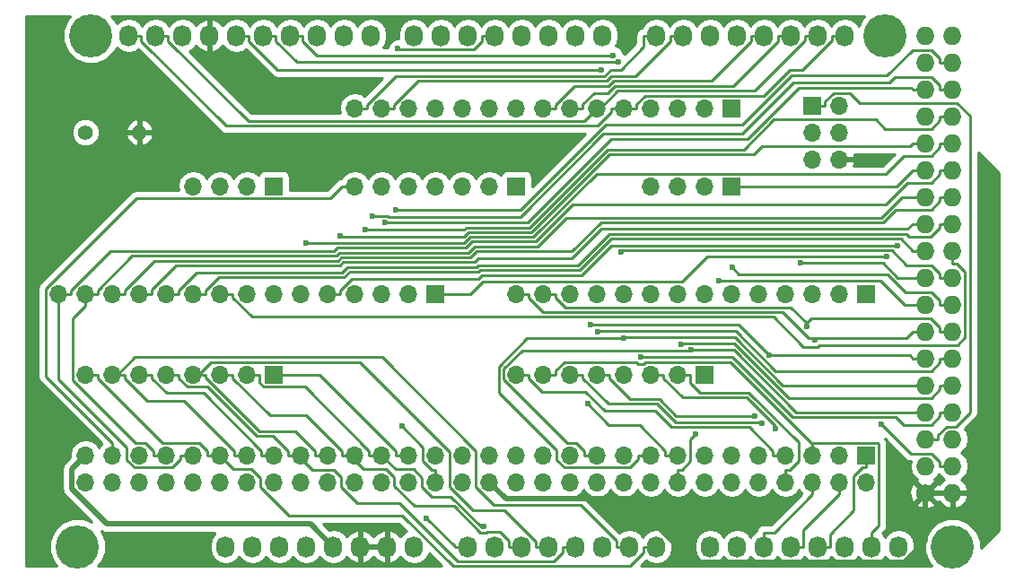
<source format=gtl>
G04 #@! TF.FileFunction,Copper,L1,Top,Signal*
%FSLAX46Y46*%
G04 Gerber Fmt 4.6, Leading zero omitted, Abs format (unit mm)*
G04 Created by KiCad (PCBNEW 4.0.5) date 03/05/17 22:01:09*
%MOMM*%
%LPD*%
G01*
G04 APERTURE LIST*
%ADD10C,0.100000*%
%ADD11C,1.727200*%
%ADD12O,1.727200X1.727200*%
%ADD13O,1.727200X2.032000*%
%ADD14C,4.064000*%
%ADD15R,1.700000X1.700000*%
%ADD16O,1.700000X1.700000*%
%ADD17C,1.400000*%
%ADD18O,1.400000X1.400000*%
%ADD19C,0.600000*%
%ADD20C,0.500000*%
%ADD21C,0.250000*%
%ADD22C,0.254000*%
G04 APERTURE END LIST*
D10*
D11*
X197358000Y-114046000D03*
D12*
X199898000Y-114046000D03*
X197358000Y-111506000D03*
X199898000Y-111506000D03*
X197358000Y-108966000D03*
X199898000Y-108966000D03*
X197358000Y-106426000D03*
X199898000Y-106426000D03*
X197358000Y-103886000D03*
X199898000Y-103886000D03*
X197358000Y-101346000D03*
X199898000Y-101346000D03*
X197358000Y-98806000D03*
X199898000Y-98806000D03*
X197358000Y-96266000D03*
X199898000Y-96266000D03*
X197358000Y-93726000D03*
X199898000Y-93726000D03*
X197358000Y-91186000D03*
X199898000Y-91186000D03*
X197358000Y-88646000D03*
X199898000Y-88646000D03*
X197358000Y-86106000D03*
X199898000Y-86106000D03*
X197358000Y-83566000D03*
X199898000Y-83566000D03*
X197358000Y-81026000D03*
X199898000Y-81026000D03*
X197358000Y-78486000D03*
X199898000Y-78486000D03*
X197358000Y-75946000D03*
X199898000Y-75946000D03*
X197358000Y-73406000D03*
X199898000Y-73406000D03*
X197358000Y-70866000D03*
X199898000Y-70866000D03*
D13*
X131318000Y-119126000D03*
X133858000Y-119126000D03*
X136398000Y-119126000D03*
X138938000Y-119126000D03*
X141478000Y-119126000D03*
X144018000Y-119126000D03*
X146558000Y-119126000D03*
X149098000Y-119126000D03*
X154178000Y-119126000D03*
X156718000Y-119126000D03*
X159258000Y-119126000D03*
X161798000Y-119126000D03*
X164338000Y-119126000D03*
X166878000Y-119126000D03*
X169418000Y-119126000D03*
X171958000Y-119126000D03*
X177038000Y-119126000D03*
X179578000Y-119126000D03*
X182118000Y-119126000D03*
X184658000Y-119126000D03*
X187198000Y-119126000D03*
X189738000Y-119126000D03*
X192278000Y-119126000D03*
X194818000Y-119126000D03*
X122174000Y-70866000D03*
X124714000Y-70866000D03*
X127254000Y-70866000D03*
X129794000Y-70866000D03*
X132334000Y-70866000D03*
X134874000Y-70866000D03*
X137414000Y-70866000D03*
X139954000Y-70866000D03*
X142494000Y-70866000D03*
X145034000Y-70866000D03*
X149098000Y-70866000D03*
X151638000Y-70866000D03*
X154178000Y-70866000D03*
X156718000Y-70866000D03*
X159258000Y-70866000D03*
X161798000Y-70866000D03*
X164338000Y-70866000D03*
X166878000Y-70866000D03*
X171958000Y-70866000D03*
X174498000Y-70866000D03*
X177038000Y-70866000D03*
X179578000Y-70866000D03*
X182118000Y-70866000D03*
X184658000Y-70866000D03*
X187198000Y-70866000D03*
X189738000Y-70866000D03*
D14*
X117348000Y-119126000D03*
X199898000Y-119126000D03*
X118618000Y-70866000D03*
X193548000Y-70866000D03*
D15*
X176530000Y-102870000D03*
D16*
X173990000Y-102870000D03*
X171450000Y-102870000D03*
X168910000Y-102870000D03*
X166370000Y-102870000D03*
X163830000Y-102870000D03*
X161290000Y-102870000D03*
X158750000Y-102870000D03*
D15*
X135890000Y-102870000D03*
D16*
X133350000Y-102870000D03*
X130810000Y-102870000D03*
X128270000Y-102870000D03*
X125730000Y-102870000D03*
X123190000Y-102870000D03*
X120650000Y-102870000D03*
X118110000Y-102870000D03*
D15*
X191770000Y-95250000D03*
D16*
X189230000Y-95250000D03*
X186690000Y-95250000D03*
X184150000Y-95250000D03*
X181610000Y-95250000D03*
X179070000Y-95250000D03*
X176530000Y-95250000D03*
X173990000Y-95250000D03*
X171450000Y-95250000D03*
X168910000Y-95250000D03*
X166370000Y-95250000D03*
X163830000Y-95250000D03*
X161290000Y-95250000D03*
X158750000Y-95250000D03*
D15*
X151130000Y-95250000D03*
D16*
X148590000Y-95250000D03*
X146050000Y-95250000D03*
X143510000Y-95250000D03*
X140970000Y-95250000D03*
X138430000Y-95250000D03*
X135890000Y-95250000D03*
X133350000Y-95250000D03*
X130810000Y-95250000D03*
X128270000Y-95250000D03*
X125730000Y-95250000D03*
X123190000Y-95250000D03*
X120650000Y-95250000D03*
X118110000Y-95250000D03*
X115570000Y-95250000D03*
D15*
X179070000Y-77724000D03*
D16*
X176530000Y-77724000D03*
X173990000Y-77724000D03*
X171450000Y-77724000D03*
X168910000Y-77724000D03*
X166370000Y-77724000D03*
X163830000Y-77724000D03*
X161290000Y-77724000D03*
X158750000Y-77724000D03*
X156210000Y-77724000D03*
X153670000Y-77724000D03*
X151130000Y-77724000D03*
X148590000Y-77724000D03*
X146050000Y-77724000D03*
X143510000Y-77724000D03*
D15*
X179070000Y-85090000D03*
D16*
X176530000Y-85090000D03*
X173990000Y-85090000D03*
X171450000Y-85090000D03*
D15*
X186690000Y-77470000D03*
D16*
X189230000Y-77470000D03*
X186690000Y-80010000D03*
X189230000Y-80010000D03*
X186690000Y-82550000D03*
X189230000Y-82550000D03*
D15*
X191770000Y-110490000D03*
D16*
X191770000Y-113030000D03*
X189230000Y-110490000D03*
X189230000Y-113030000D03*
X186690000Y-110490000D03*
X186690000Y-113030000D03*
X184150000Y-110490000D03*
X184150000Y-113030000D03*
X181610000Y-110490000D03*
X181610000Y-113030000D03*
X179070000Y-110490000D03*
X179070000Y-113030000D03*
X176530000Y-110490000D03*
X176530000Y-113030000D03*
X173990000Y-110490000D03*
X173990000Y-113030000D03*
X171450000Y-110490000D03*
X171450000Y-113030000D03*
X168910000Y-110490000D03*
X168910000Y-113030000D03*
X166370000Y-110490000D03*
X166370000Y-113030000D03*
X163830000Y-110490000D03*
X163830000Y-113030000D03*
X161290000Y-110490000D03*
X161290000Y-113030000D03*
X158750000Y-110490000D03*
X158750000Y-113030000D03*
X156210000Y-110490000D03*
X156210000Y-113030000D03*
X153670000Y-110490000D03*
X153670000Y-113030000D03*
X151130000Y-110490000D03*
X151130000Y-113030000D03*
X148590000Y-110490000D03*
X148590000Y-113030000D03*
X146050000Y-110490000D03*
X146050000Y-113030000D03*
X143510000Y-110490000D03*
X143510000Y-113030000D03*
X140970000Y-110490000D03*
X140970000Y-113030000D03*
X138430000Y-110490000D03*
X138430000Y-113030000D03*
X135890000Y-110490000D03*
X135890000Y-113030000D03*
X133350000Y-110490000D03*
X133350000Y-113030000D03*
X130810000Y-110490000D03*
X130810000Y-113030000D03*
X128270000Y-110490000D03*
X128270000Y-113030000D03*
X125730000Y-110490000D03*
X125730000Y-113030000D03*
X123190000Y-110490000D03*
X123190000Y-113030000D03*
X120650000Y-110490000D03*
X120650000Y-113030000D03*
X118110000Y-110490000D03*
X118110000Y-113030000D03*
D15*
X158750000Y-85090000D03*
D16*
X156210000Y-85090000D03*
X153670000Y-85090000D03*
X151130000Y-85090000D03*
X148590000Y-85090000D03*
X146050000Y-85090000D03*
X143510000Y-85090000D03*
D15*
X135890000Y-85090000D03*
D16*
X133350000Y-85090000D03*
X130810000Y-85090000D03*
X128270000Y-85090000D03*
D17*
X118110000Y-80010000D03*
D18*
X123190000Y-80010000D03*
D19*
X150291200Y-116421300D03*
X175235800Y-100575400D03*
X170477600Y-101254200D03*
X168889100Y-99410700D03*
X174270800Y-99998000D03*
X182575600Y-101046200D03*
X165737300Y-98178700D03*
X166396700Y-98804000D03*
X165462200Y-105657000D03*
X186951700Y-99619400D03*
X186146600Y-98378700D03*
X177894100Y-93994800D03*
X179091300Y-92757600D03*
X185605000Y-92327800D03*
X168613600Y-91332600D03*
X193682600Y-91768100D03*
X146399900Y-88527300D03*
X194690700Y-90692200D03*
X142097900Y-89824500D03*
X147419200Y-87322400D03*
X155713200Y-117193100D03*
X183174400Y-108020100D03*
X181282300Y-106764800D03*
X181964800Y-107447500D03*
X166753200Y-74100900D03*
X168413400Y-73359400D03*
X167899800Y-72733600D03*
X175675600Y-108489900D03*
X147574500Y-72096700D03*
X145162200Y-87927700D03*
X144529400Y-89234800D03*
X138932200Y-90475800D03*
X193204400Y-107560000D03*
X147938100Y-107718400D03*
D20*
X146558000Y-119126000D02*
X144018000Y-119126000D01*
X199898000Y-114046000D02*
X198584100Y-114046000D01*
X197358000Y-114046000D02*
X198584100Y-114046000D01*
X157782400Y-114602400D02*
X156210000Y-113030000D01*
X169475200Y-114602400D02*
X157782400Y-114602400D01*
X175478700Y-120605900D02*
X169475200Y-114602400D01*
X195348900Y-120605900D02*
X175478700Y-120605900D01*
X197358000Y-118596800D02*
X195348900Y-120605900D01*
X197358000Y-114046000D02*
X197358000Y-118596800D01*
D21*
X148590000Y-110490000D02*
X147414700Y-110490000D01*
X152989100Y-119119200D02*
X152989100Y-119126000D01*
X150291200Y-116421300D02*
X152989100Y-119119200D01*
X154178000Y-119126000D02*
X152989100Y-119126000D01*
X147414700Y-110122700D02*
X147414700Y-110490000D01*
X140162000Y-102870000D02*
X147414700Y-110122700D01*
X135890000Y-102870000D02*
X140162000Y-102870000D01*
X122174000Y-70866000D02*
X123362900Y-70866000D01*
X168910000Y-77724000D02*
X170085300Y-77724000D01*
X189738000Y-70866000D02*
X188549100Y-70866000D01*
X168910000Y-77724000D02*
X167734700Y-77724000D01*
X167734700Y-78091400D02*
X167734700Y-77724000D01*
X166436200Y-79389900D02*
X167734700Y-78091400D01*
X131366700Y-79389900D02*
X166436200Y-79389900D01*
X123362900Y-71386100D02*
X131366700Y-79389900D01*
X123362900Y-70866000D02*
X123362900Y-71386100D01*
X170085300Y-77356600D02*
X170085300Y-77724000D01*
X170893200Y-76548700D02*
X170085300Y-77356600D01*
X182125000Y-76548700D02*
X170893200Y-76548700D01*
X184528800Y-74144900D02*
X182125000Y-76548700D01*
X185753000Y-74144900D02*
X184528800Y-74144900D01*
X188549100Y-71348800D02*
X185753000Y-74144900D01*
X188549100Y-70866000D02*
X188549100Y-71348800D01*
X198546900Y-108594400D02*
X198546900Y-108966000D01*
X199364200Y-107777100D02*
X198546900Y-108594400D01*
X200229200Y-107777100D02*
X199364200Y-107777100D01*
X201556900Y-106449400D02*
X200229200Y-107777100D01*
X201556900Y-78460900D02*
X201556900Y-106449400D01*
X200312000Y-77216000D02*
X201556900Y-78460900D01*
X191131600Y-77216000D02*
X200312000Y-77216000D01*
X190199400Y-76283800D02*
X191131600Y-77216000D01*
X188684200Y-76283800D02*
X190199400Y-76283800D01*
X187865300Y-77102700D02*
X188684200Y-76283800D01*
X187865300Y-77470000D02*
X187865300Y-77102700D01*
X186690000Y-77470000D02*
X187865300Y-77470000D01*
X197358000Y-108966000D02*
X198546900Y-108966000D01*
X166370000Y-110490000D02*
X165194700Y-110490000D01*
X197358000Y-106426000D02*
X196169100Y-106426000D01*
X165194700Y-110122600D02*
X165194700Y-110490000D01*
X164386800Y-109314700D02*
X165194700Y-110122600D01*
X163527800Y-109314700D02*
X164386800Y-109314700D01*
X157574700Y-103361600D02*
X163527800Y-109314700D01*
X157574700Y-102348900D02*
X157574700Y-103361600D01*
X159294700Y-100628900D02*
X157574700Y-102348900D01*
X175182300Y-100628900D02*
X159294700Y-100628900D01*
X175235800Y-100575400D02*
X175182300Y-100628900D01*
X179309600Y-100575400D02*
X175235800Y-100575400D01*
X185160200Y-106426000D02*
X179309600Y-100575400D01*
X196169100Y-106426000D02*
X185160200Y-106426000D01*
X198709100Y-106797600D02*
X198709100Y-106426000D01*
X197891800Y-107614900D02*
X198709100Y-106797600D01*
X195280900Y-107614900D02*
X197891800Y-107614900D01*
X194542400Y-106876400D02*
X195280900Y-107614900D01*
X184772000Y-106876400D02*
X194542400Y-106876400D01*
X179134100Y-101238500D02*
X184772000Y-106876400D01*
X170493300Y-101238500D02*
X179134100Y-101238500D01*
X170477600Y-101254200D02*
X170493300Y-101238500D01*
X199898000Y-106426000D02*
X198709100Y-106426000D01*
X197358000Y-103886000D02*
X196169100Y-103886000D01*
X171450000Y-110490000D02*
X170274700Y-110490000D01*
X168828100Y-99471700D02*
X168889100Y-99410700D01*
X159776700Y-99471700D02*
X168828100Y-99471700D01*
X157123800Y-102124600D02*
X159776700Y-99471700D01*
X157123800Y-104568700D02*
X157123800Y-102124600D01*
X162560000Y-110004900D02*
X157123800Y-104568700D01*
X162560000Y-110921000D02*
X162560000Y-110004900D01*
X163304400Y-111665400D02*
X162560000Y-110921000D01*
X169466600Y-111665400D02*
X163304400Y-111665400D01*
X170274700Y-110857300D02*
X169466600Y-111665400D01*
X170274700Y-110490000D02*
X170274700Y-110857300D01*
X168927100Y-99372700D02*
X168889100Y-99410700D01*
X179380700Y-99372700D02*
X168927100Y-99372700D01*
X183894000Y-103886000D02*
X179380700Y-99372700D01*
X196169100Y-103886000D02*
X183894000Y-103886000D01*
X199898000Y-103886000D02*
X198709100Y-103886000D01*
X174339300Y-99929500D02*
X174270800Y-99998000D01*
X179300600Y-99929500D02*
X174339300Y-99929500D01*
X184446000Y-105074900D02*
X179300600Y-99929500D01*
X197891800Y-105074900D02*
X184446000Y-105074900D01*
X198709100Y-104257600D02*
X197891800Y-105074900D01*
X198709100Y-103886000D02*
X198709100Y-104257600D01*
X197358000Y-101346000D02*
X196169100Y-101346000D01*
X195869300Y-101046200D02*
X182575600Y-101046200D01*
X196169100Y-101346000D02*
X195869300Y-101046200D01*
X179708100Y-98178700D02*
X165737300Y-98178700D01*
X182575600Y-101046200D02*
X179708100Y-98178700D01*
X199898000Y-101346000D02*
X198709100Y-101346000D01*
X173990000Y-110490000D02*
X172814700Y-110490000D01*
X167467500Y-107662300D02*
X165462200Y-105657000D01*
X170368600Y-107662300D02*
X167467500Y-107662300D01*
X172814700Y-110108400D02*
X170368600Y-107662300D01*
X172814700Y-110490000D02*
X172814700Y-110108400D01*
X166415500Y-98785200D02*
X166396700Y-98804000D01*
X179430100Y-98785200D02*
X166415500Y-98785200D01*
X183179800Y-102534900D02*
X179430100Y-98785200D01*
X197891800Y-102534900D02*
X183179800Y-102534900D01*
X198709100Y-101717600D02*
X197891800Y-102534900D01*
X198709100Y-101346000D02*
X198709100Y-101717600D01*
X197358000Y-98806000D02*
X196169100Y-98806000D01*
X158750000Y-95250000D02*
X159925300Y-95250000D01*
X186951700Y-99405700D02*
X186951700Y-99619400D01*
X186289300Y-99405700D02*
X186951700Y-99405700D01*
X183867700Y-96984100D02*
X186289300Y-99405700D01*
X161292100Y-96984100D02*
X183867700Y-96984100D01*
X159925300Y-95617300D02*
X161292100Y-96984100D01*
X159925300Y-95250000D02*
X159925300Y-95617300D01*
X195569400Y-99405700D02*
X196169100Y-98806000D01*
X186951700Y-99405700D02*
X195569400Y-99405700D01*
X161290000Y-95250000D02*
X162465300Y-95250000D01*
X199898000Y-98806000D02*
X198709100Y-98806000D01*
X162465300Y-95612500D02*
X162465300Y-95250000D01*
X163386600Y-96533800D02*
X162465300Y-95612500D01*
X184640500Y-96533800D02*
X163386600Y-96533800D01*
X186146600Y-98039900D02*
X184640500Y-96533800D01*
X186146600Y-98378700D02*
X186146600Y-98039900D01*
X198709100Y-98434400D02*
X198709100Y-98806000D01*
X197842400Y-97567700D02*
X198709100Y-98434400D01*
X186618800Y-97567700D02*
X197842400Y-97567700D01*
X186146600Y-98039900D02*
X186618800Y-97567700D01*
X197358000Y-96266000D02*
X196169100Y-96266000D01*
X195375300Y-96266000D02*
X196169100Y-96266000D01*
X193104100Y-93994800D02*
X195375300Y-96266000D01*
X177894100Y-93994800D02*
X193104100Y-93994800D01*
X199898000Y-96266000D02*
X198709100Y-96266000D01*
X198709100Y-95894400D02*
X198709100Y-96266000D01*
X197891800Y-95077100D02*
X198709100Y-95894400D01*
X195460200Y-95077100D02*
X197891800Y-95077100D01*
X193791200Y-93408100D02*
X195460200Y-95077100D01*
X179741800Y-93408100D02*
X193791200Y-93408100D01*
X179091300Y-92757600D02*
X179741800Y-93408100D01*
X194746000Y-93726000D02*
X196169100Y-93726000D01*
X193347800Y-92327800D02*
X194746000Y-93726000D01*
X185605000Y-92327800D02*
X193347800Y-92327800D01*
X197358000Y-93726000D02*
X196169100Y-93726000D01*
X199898000Y-93726000D02*
X198709100Y-93726000D01*
X198709100Y-93354400D02*
X198709100Y-93726000D01*
X197891800Y-92537100D02*
X198709100Y-93354400D01*
X195575000Y-92537100D02*
X197891800Y-92537100D01*
X194180500Y-91142600D02*
X195575000Y-92537100D01*
X168803600Y-91142600D02*
X194180500Y-91142600D01*
X168613600Y-91332600D02*
X168803600Y-91142600D01*
X128270000Y-95250000D02*
X129445300Y-95250000D01*
X197358000Y-91186000D02*
X196169100Y-91186000D01*
X195048800Y-90065700D02*
X196169100Y-91186000D01*
X167726700Y-90065700D02*
X195048800Y-90065700D01*
X164757500Y-93034900D02*
X167726700Y-90065700D01*
X155322400Y-93034900D02*
X164757500Y-93034900D01*
X155174100Y-93183200D02*
X155322400Y-93034900D01*
X143021400Y-93183200D02*
X155174100Y-93183200D01*
X142498000Y-93706600D02*
X143021400Y-93183200D01*
X130657500Y-93706600D02*
X142498000Y-93706600D01*
X129445300Y-94918800D02*
X130657500Y-93706600D01*
X129445300Y-95250000D02*
X129445300Y-94918800D01*
X151130000Y-95250000D02*
X152305300Y-95250000D01*
X193617000Y-91702500D02*
X193682600Y-91768100D01*
X176745200Y-91702500D02*
X193617000Y-91702500D01*
X174373000Y-94074700D02*
X176745200Y-91702500D01*
X155556400Y-94074700D02*
X174373000Y-94074700D01*
X154381100Y-95250000D02*
X155556400Y-94074700D01*
X152305300Y-95250000D02*
X154381100Y-95250000D01*
X195676400Y-89138700D02*
X196169100Y-88646000D01*
X166743000Y-89138700D02*
X195676400Y-89138700D01*
X163972600Y-91909100D02*
X166743000Y-89138700D01*
X155174300Y-91909100D02*
X163972600Y-91909100D01*
X154800800Y-92282600D02*
X155174300Y-91909100D01*
X142423200Y-92282600D02*
X154800800Y-92282600D01*
X142098800Y-92607000D02*
X142423200Y-92282600D01*
X126641000Y-92607000D02*
X142098800Y-92607000D01*
X124365300Y-94882700D02*
X126641000Y-92607000D01*
X124365300Y-95250000D02*
X124365300Y-94882700D01*
X123190000Y-95250000D02*
X124365300Y-95250000D01*
X197358000Y-88646000D02*
X196169100Y-88646000D01*
X197358000Y-75946000D02*
X196169100Y-75946000D01*
X159813400Y-88527300D02*
X146399900Y-88527300D01*
X167724200Y-80616500D02*
X159813400Y-88527300D01*
X180604800Y-80616500D02*
X167724200Y-80616500D01*
X185387900Y-75833400D02*
X180604800Y-80616500D01*
X196056500Y-75833400D02*
X185387900Y-75833400D01*
X196169100Y-75946000D02*
X196056500Y-75833400D01*
X118110000Y-95250000D02*
X119285300Y-95250000D01*
X197358000Y-86106000D02*
X196169100Y-86106000D01*
X116934700Y-97600600D02*
X118110000Y-96425300D01*
X116934700Y-103386300D02*
X116934700Y-97600600D01*
X122863100Y-109314700D02*
X116934700Y-103386300D01*
X123746800Y-109314700D02*
X122863100Y-109314700D01*
X124554700Y-110122600D02*
X123746800Y-109314700D01*
X124554700Y-110490000D02*
X124554700Y-110122600D01*
X125730000Y-110490000D02*
X124554700Y-110490000D01*
X118110000Y-95250000D02*
X118110000Y-96425300D01*
X119285300Y-94918900D02*
X119285300Y-95250000D01*
X122524000Y-91680200D02*
X119285300Y-94918900D01*
X141751700Y-91680200D02*
X122524000Y-91680200D01*
X142055500Y-91376400D02*
X141751700Y-91680200D01*
X154208200Y-91376400D02*
X142055500Y-91376400D01*
X154801200Y-90783400D02*
X154208200Y-91376400D01*
X160741800Y-90783400D02*
X154801200Y-90783400D01*
X163469300Y-88055900D02*
X160741800Y-90783400D01*
X193141800Y-88055900D02*
X163469300Y-88055900D01*
X195091700Y-86106000D02*
X193141800Y-88055900D01*
X196169100Y-86106000D02*
X195091700Y-86106000D01*
X140970000Y-95250000D02*
X142145300Y-95250000D01*
X167737100Y-90692200D02*
X194690700Y-90692200D01*
X164944100Y-93485200D02*
X167737100Y-90692200D01*
X155509000Y-93485200D02*
X164944100Y-93485200D01*
X155177700Y-93816500D02*
X155509000Y-93485200D01*
X143267300Y-93816500D02*
X155177700Y-93816500D01*
X142145300Y-94938500D02*
X143267300Y-93816500D01*
X142145300Y-95250000D02*
X142145300Y-94938500D01*
X179070000Y-85090000D02*
X180245300Y-85090000D01*
X197358000Y-83566000D02*
X196169100Y-83566000D01*
X194645100Y-85090000D02*
X180245300Y-85090000D01*
X196169100Y-83566000D02*
X194645100Y-85090000D01*
X197358000Y-81026000D02*
X196169100Y-81026000D01*
X142148100Y-89874700D02*
X142097900Y-89824500D01*
X153799200Y-89874700D02*
X142148100Y-89874700D01*
X154241400Y-89432500D02*
X153799200Y-89874700D01*
X160182000Y-89432500D02*
X154241400Y-89432500D01*
X167515000Y-82099500D02*
X160182000Y-89432500D01*
X181142400Y-82099500D02*
X167515000Y-82099500D01*
X181961900Y-81280000D02*
X181142400Y-82099500D01*
X195915100Y-81280000D02*
X181961900Y-81280000D01*
X196169100Y-81026000D02*
X195915100Y-81280000D01*
X199898000Y-73406000D02*
X198709100Y-73406000D01*
X159140600Y-87322400D02*
X147419200Y-87322400D01*
X167197400Y-79265600D02*
X159140600Y-87322400D01*
X180045100Y-79265600D02*
X167197400Y-79265600D01*
X184715500Y-74595200D02*
X180045100Y-79265600D01*
X193728900Y-74595200D02*
X184715500Y-74595200D01*
X196107000Y-72217100D02*
X193728900Y-74595200D01*
X197891800Y-72217100D02*
X196107000Y-72217100D01*
X198709100Y-73034400D02*
X197891800Y-72217100D01*
X198709100Y-73406000D02*
X198709100Y-73034400D01*
X155390100Y-117193100D02*
X155713200Y-117193100D01*
X152583200Y-114386200D02*
X155390100Y-117193100D01*
X150748100Y-114386200D02*
X152583200Y-114386200D01*
X149860000Y-113498100D02*
X150748100Y-114386200D01*
X149860000Y-112615800D02*
X149860000Y-113498100D01*
X149037600Y-111793400D02*
X149860000Y-112615800D01*
X147353400Y-111793400D02*
X149037600Y-111793400D01*
X146050000Y-110490000D02*
X147353400Y-111793400D01*
X144874700Y-110122700D02*
X144874700Y-110490000D01*
X138797300Y-104045300D02*
X144874700Y-110122700D01*
X134892500Y-104045300D02*
X138797300Y-104045300D01*
X134525300Y-103678100D02*
X134892500Y-104045300D01*
X134525300Y-102870000D02*
X134525300Y-103678100D01*
X133350000Y-102870000D02*
X134525300Y-102870000D01*
X146050000Y-110490000D02*
X144874700Y-110490000D01*
X130810000Y-102870000D02*
X131985300Y-102870000D01*
X142922400Y-110490000D02*
X143041500Y-110490000D01*
X142922400Y-110490000D02*
X142334700Y-110490000D01*
X143510000Y-110490000D02*
X143041500Y-110490000D01*
X159258000Y-119126000D02*
X158069100Y-119126000D01*
X158069100Y-118605900D02*
X158069100Y-119126000D01*
X157212600Y-117749400D02*
X158069100Y-118605900D01*
X156041300Y-117749400D02*
X157212600Y-117749400D01*
X155972300Y-117818400D02*
X156041300Y-117749400D01*
X155378500Y-117818400D02*
X155972300Y-117818400D01*
X152847000Y-115286900D02*
X155378500Y-117818400D01*
X149145200Y-115286900D02*
X152847000Y-115286900D01*
X147225300Y-113367000D02*
X149145200Y-115286900D01*
X147225300Y-112531400D02*
X147225300Y-113367000D01*
X146453900Y-111760000D02*
X147225300Y-112531400D01*
X144311500Y-111760000D02*
X146453900Y-111760000D01*
X143041500Y-110490000D02*
X144311500Y-111760000D01*
X142334700Y-110122700D02*
X142334700Y-110490000D01*
X138947600Y-106735600D02*
X142334700Y-110122700D01*
X135483500Y-106735600D02*
X138947600Y-106735600D01*
X131985300Y-103237400D02*
X135483500Y-106735600D01*
X131985300Y-102870000D02*
X131985300Y-103237400D01*
X140970000Y-110490000D02*
X139794700Y-110490000D01*
X128857700Y-102870000D02*
X128738500Y-102870000D01*
X128270000Y-102870000D02*
X128738500Y-102870000D01*
X128857700Y-102870000D02*
X129445300Y-102870000D01*
X161798000Y-119126000D02*
X160609100Y-119126000D01*
X160609100Y-118638900D02*
X160609100Y-119126000D01*
X157647800Y-115677600D02*
X160609100Y-118638900D01*
X154655400Y-115677600D02*
X157647800Y-115677600D01*
X152494700Y-113516900D02*
X154655400Y-115677600D01*
X152494700Y-110175400D02*
X152494700Y-113516900D01*
X144013900Y-101694600D02*
X152494700Y-110175400D01*
X129913900Y-101694600D02*
X144013900Y-101694600D01*
X128738500Y-102870000D02*
X129913900Y-101694600D01*
X129445300Y-103202500D02*
X129445300Y-102870000D01*
X134470300Y-108227500D02*
X129445300Y-103202500D01*
X137899500Y-108227500D02*
X134470300Y-108227500D01*
X139794700Y-110122700D02*
X137899500Y-108227500D01*
X139794700Y-110490000D02*
X139794700Y-110122700D01*
X125730000Y-102870000D02*
X126905300Y-102870000D01*
X138430000Y-110490000D02*
X138136200Y-110490000D01*
X138136200Y-110490000D02*
X137254700Y-110490000D01*
X164338000Y-119126000D02*
X163149100Y-119126000D01*
X139500800Y-111854600D02*
X138136200Y-110490000D01*
X141495600Y-111854600D02*
X139500800Y-111854600D01*
X142240000Y-112599000D02*
X141495600Y-111854600D01*
X142240000Y-113502700D02*
X142240000Y-112599000D01*
X143715900Y-114978600D02*
X142240000Y-113502700D01*
X147685100Y-114978600D02*
X143715900Y-114978600D01*
X153205300Y-120498800D02*
X147685100Y-114978600D01*
X162296400Y-120498800D02*
X153205300Y-120498800D01*
X163149100Y-119646100D02*
X162296400Y-120498800D01*
X163149100Y-119126000D02*
X163149100Y-119646100D01*
X126905300Y-103237400D02*
X126905300Y-102870000D01*
X127713200Y-104045300D02*
X126905300Y-103237400D01*
X129616300Y-104045300D02*
X127713200Y-104045300D01*
X134248800Y-108677800D02*
X129616300Y-104045300D01*
X135785400Y-108677800D02*
X134248800Y-108677800D01*
X137254700Y-110147100D02*
X135785400Y-108677800D01*
X137254700Y-110490000D02*
X137254700Y-110147100D01*
X124365300Y-103237300D02*
X124365300Y-102870000D01*
X125754100Y-104626100D02*
X124365300Y-103237300D01*
X129218200Y-104626100D02*
X125754100Y-104626100D01*
X134714700Y-110122600D02*
X129218200Y-104626100D01*
X134714700Y-110490000D02*
X134714700Y-110122600D01*
X135890000Y-110490000D02*
X134714700Y-110490000D01*
X123190000Y-102870000D02*
X124365300Y-102870000D01*
X121825300Y-103237300D02*
X121825300Y-102870000D01*
X123926600Y-105338600D02*
X121825300Y-103237300D01*
X127390600Y-105338600D02*
X123926600Y-105338600D01*
X132174700Y-110122700D02*
X127390600Y-105338600D01*
X132174700Y-110490000D02*
X132174700Y-110122700D01*
X133350000Y-110490000D02*
X132174700Y-110490000D01*
X121237700Y-102870000D02*
X121118500Y-102870000D01*
X120650000Y-102870000D02*
X121118500Y-102870000D01*
X121237700Y-102870000D02*
X121825300Y-102870000D01*
X168229100Y-118605900D02*
X168229100Y-119126000D01*
X164800900Y-115177700D02*
X168229100Y-118605900D01*
X156635400Y-115177700D02*
X164800900Y-115177700D01*
X154940000Y-113482300D02*
X156635400Y-115177700D01*
X154940000Y-110067800D02*
X154940000Y-113482300D01*
X146116400Y-101244200D02*
X154940000Y-110067800D01*
X122744300Y-101244200D02*
X146116400Y-101244200D01*
X121118500Y-102870000D02*
X122744300Y-101244200D01*
X169418000Y-119126000D02*
X168229100Y-119126000D01*
X171958000Y-119126000D02*
X170769100Y-119126000D01*
X170769100Y-119646100D02*
X170769100Y-119126000D01*
X169441300Y-120973900D02*
X170769100Y-119646100D01*
X152779900Y-120973900D02*
X169441300Y-120973900D01*
X147984200Y-116178200D02*
X152779900Y-120973900D01*
X137345600Y-116178200D02*
X147984200Y-116178200D01*
X134620000Y-113452600D02*
X137345600Y-116178200D01*
X134620000Y-112623900D02*
X134620000Y-113452600D01*
X133756100Y-111760000D02*
X134620000Y-112623900D01*
X132080000Y-111760000D02*
X133756100Y-111760000D01*
X130810000Y-110490000D02*
X132080000Y-111760000D01*
X129634700Y-110122600D02*
X129634700Y-110490000D01*
X128826800Y-109314700D02*
X129634700Y-110122600D01*
X125362700Y-109314700D02*
X128826800Y-109314700D01*
X119285300Y-103237300D02*
X125362700Y-109314700D01*
X119285300Y-102870000D02*
X119285300Y-103237300D01*
X118110000Y-102870000D02*
X119285300Y-102870000D01*
X130810000Y-110490000D02*
X129634700Y-110490000D01*
X184150000Y-113030000D02*
X184150000Y-111854700D01*
X173990000Y-102870000D02*
X175165300Y-102870000D01*
X184517300Y-111854700D02*
X184150000Y-111854700D01*
X185357400Y-111014600D02*
X184517300Y-111854700D01*
X185357400Y-109264900D02*
X185357400Y-111014600D01*
X180691100Y-104598600D02*
X185357400Y-109264900D01*
X176085800Y-104598600D02*
X180691100Y-104598600D01*
X175165300Y-103678100D02*
X176085800Y-104598600D01*
X175165300Y-102870000D02*
X175165300Y-103678100D01*
X171450000Y-102870000D02*
X172625300Y-102870000D01*
X183110600Y-117784700D02*
X182118000Y-117784700D01*
X186690000Y-114205300D02*
X183110600Y-117784700D01*
X186690000Y-113030000D02*
X186690000Y-114205300D01*
X182118000Y-119126000D02*
X182118000Y-117784700D01*
X183174400Y-107772500D02*
X183174400Y-108020100D01*
X180450800Y-105048900D02*
X183174400Y-107772500D01*
X174436900Y-105048900D02*
X180450800Y-105048900D01*
X172625300Y-103237300D02*
X174436900Y-105048900D01*
X172625300Y-102870000D02*
X172625300Y-103237300D01*
X185846900Y-117588400D02*
X185846900Y-119126000D01*
X189230000Y-114205300D02*
X185846900Y-117588400D01*
X184658000Y-119126000D02*
X185846900Y-119126000D01*
X189230000Y-113030000D02*
X189230000Y-114205300D01*
X166370000Y-102870000D02*
X167545300Y-102870000D01*
X173808200Y-106764800D02*
X181282300Y-106764800D01*
X172229100Y-105185700D02*
X173808200Y-106764800D01*
X169507200Y-105185700D02*
X172229100Y-105185700D01*
X167545300Y-103223800D02*
X169507200Y-105185700D01*
X167545300Y-102870000D02*
X167545300Y-103223800D01*
X188386900Y-117937100D02*
X188386900Y-119126000D01*
X190594700Y-115729300D02*
X188386900Y-117937100D01*
X190594700Y-112473200D02*
X190594700Y-115729300D01*
X191402600Y-111665300D02*
X190594700Y-112473200D01*
X191770000Y-111665300D02*
X191402600Y-111665300D01*
X191770000Y-110490000D02*
X191770000Y-111665300D01*
X187198000Y-119126000D02*
X188386900Y-119126000D01*
X163830000Y-102870000D02*
X165005300Y-102870000D01*
X181907500Y-107390200D02*
X181964800Y-107447500D01*
X173796700Y-107390200D02*
X181907500Y-107390200D01*
X172042500Y-105636000D02*
X173796700Y-107390200D01*
X167404000Y-105636000D02*
X172042500Y-105636000D01*
X165005300Y-103237300D02*
X167404000Y-105636000D01*
X165005300Y-102870000D02*
X165005300Y-103237300D01*
X161290000Y-102870000D02*
X162465300Y-102870000D01*
X186690000Y-110490000D02*
X186690000Y-109314700D01*
X192810500Y-109314700D02*
X186690000Y-109314700D01*
X192956400Y-109460600D02*
X192810500Y-109314700D01*
X192956400Y-117106300D02*
X192956400Y-109460600D01*
X192278000Y-117784700D02*
X192956400Y-117106300D01*
X192278000Y-119126000D02*
X192278000Y-117784700D01*
X186573400Y-109314700D02*
X186690000Y-109314700D01*
X178947600Y-101688900D02*
X186573400Y-109314700D01*
X170927300Y-101688900D02*
X178947600Y-101688900D01*
X170736700Y-101879500D02*
X170927300Y-101688900D01*
X170218600Y-101879500D02*
X170736700Y-101879500D01*
X170028000Y-101688900D02*
X170218600Y-101879500D01*
X163279100Y-101688900D02*
X170028000Y-101688900D01*
X162465300Y-102502700D02*
X163279100Y-101688900D01*
X162465300Y-102870000D02*
X162465300Y-102502700D01*
X184150000Y-110490000D02*
X182974700Y-110490000D01*
X158750000Y-102870000D02*
X159925300Y-102870000D01*
X182974700Y-110122700D02*
X182974700Y-110490000D01*
X180697500Y-107845500D02*
X182974700Y-110122700D01*
X173390100Y-107845500D02*
X180697500Y-107845500D01*
X171856000Y-106311400D02*
X173390100Y-107845500D01*
X167082600Y-106311400D02*
X171856000Y-106311400D01*
X165266800Y-104495600D02*
X167082600Y-106311400D01*
X161183500Y-104495600D02*
X165266800Y-104495600D01*
X159925300Y-103237400D02*
X161183500Y-104495600D01*
X159925300Y-102870000D02*
X159925300Y-103237400D01*
X124714000Y-70866000D02*
X125902900Y-70866000D01*
X165154600Y-78939400D02*
X166370000Y-77724000D01*
X133456200Y-78939400D02*
X165154600Y-78939400D01*
X125902900Y-71386100D02*
X133456200Y-78939400D01*
X125902900Y-70866000D02*
X125902900Y-71386100D01*
X186009100Y-71348800D02*
X186009100Y-70866000D01*
X181259600Y-76098300D02*
X186009100Y-71348800D01*
X168322600Y-76098300D02*
X181259600Y-76098300D01*
X166696900Y-77724000D02*
X168322600Y-76098300D01*
X166370000Y-77724000D02*
X166696900Y-77724000D01*
X187198000Y-70866000D02*
X186009100Y-70866000D01*
X132334000Y-70866000D02*
X133522900Y-70866000D01*
X136237700Y-74100900D02*
X166753200Y-74100900D01*
X133522900Y-71386100D02*
X136237700Y-74100900D01*
X133522900Y-70866000D02*
X133522900Y-71386100D01*
X134874000Y-70866000D02*
X136062900Y-70866000D01*
X136062900Y-71386100D02*
X136062900Y-70866000D01*
X138036200Y-73359400D02*
X136062900Y-71386100D01*
X168413400Y-73359400D02*
X138036200Y-73359400D01*
X137414000Y-70866000D02*
X138602900Y-70866000D01*
X139950400Y-72733600D02*
X167899800Y-72733600D01*
X138602900Y-71386100D02*
X139950400Y-72733600D01*
X138602900Y-70866000D02*
X138602900Y-71386100D01*
X175165300Y-109000200D02*
X175675600Y-108489900D01*
X175165300Y-111046800D02*
X175165300Y-109000200D01*
X174357400Y-111854700D02*
X175165300Y-111046800D01*
X173990000Y-111854700D02*
X174357400Y-111854700D01*
X173990000Y-113030000D02*
X173990000Y-111854700D01*
X156718000Y-70866000D02*
X155529100Y-70866000D01*
X147689000Y-72211200D02*
X147574500Y-72096700D01*
X154704000Y-72211200D02*
X147689000Y-72211200D01*
X155529100Y-71386100D02*
X154704000Y-72211200D01*
X155529100Y-70866000D02*
X155529100Y-71386100D01*
X143510000Y-77724000D02*
X144685300Y-77724000D01*
X171958000Y-70866000D02*
X170769100Y-70866000D01*
X144685300Y-77395300D02*
X144685300Y-77724000D01*
X147354300Y-74726300D02*
X144685300Y-77395300D01*
X167046800Y-74726300D02*
X147354300Y-74726300D01*
X167691500Y-74081600D02*
X167046800Y-74726300D01*
X168593800Y-74081600D02*
X167691500Y-74081600D01*
X170769100Y-71906300D02*
X168593800Y-74081600D01*
X170769100Y-70866000D02*
X170769100Y-71906300D01*
X146050000Y-77724000D02*
X147225300Y-77724000D01*
X174498000Y-70866000D02*
X173309100Y-70866000D01*
X147225300Y-77412400D02*
X147225300Y-77724000D01*
X149461100Y-75176600D02*
X147225300Y-77412400D01*
X167233400Y-75176600D02*
X149461100Y-75176600D01*
X167724200Y-74685800D02*
X167233400Y-75176600D01*
X170009400Y-74685800D02*
X167724200Y-74685800D01*
X173309100Y-71386100D02*
X170009400Y-74685800D01*
X173309100Y-70866000D02*
X173309100Y-71386100D01*
X161290000Y-77724000D02*
X162465300Y-77724000D01*
X182118000Y-70866000D02*
X180929100Y-70866000D01*
X162465300Y-77416500D02*
X162465300Y-77724000D01*
X164254800Y-75627000D02*
X162465300Y-77416500D01*
X167419900Y-75627000D02*
X164254800Y-75627000D01*
X167910800Y-75136100D02*
X167419900Y-75627000D01*
X177179100Y-75136100D02*
X167910800Y-75136100D01*
X180929100Y-71386100D02*
X177179100Y-75136100D01*
X180929100Y-70866000D02*
X180929100Y-71386100D01*
X163830000Y-77724000D02*
X165005300Y-77724000D01*
X184658000Y-70866000D02*
X183469100Y-70866000D01*
X165005300Y-77369000D02*
X165005300Y-77724000D01*
X166072000Y-76302300D02*
X165005300Y-77369000D01*
X167381500Y-76302300D02*
X166072000Y-76302300D01*
X168035900Y-75647900D02*
X167381500Y-76302300D01*
X179207300Y-75647900D02*
X168035900Y-75647900D01*
X183469100Y-71386100D02*
X179207300Y-75647900D01*
X183469100Y-70866000D02*
X183469100Y-71386100D01*
X199898000Y-75946000D02*
X198709100Y-75946000D01*
X145205700Y-87884200D02*
X145162200Y-87927700D01*
X146648300Y-87884200D02*
X145205700Y-87884200D01*
X146738600Y-87974500D02*
X146648300Y-87884200D01*
X159125400Y-87974500D02*
X146738600Y-87974500D01*
X166939300Y-80160600D02*
X159125400Y-87974500D01*
X180028500Y-80160600D02*
X166939300Y-80160600D01*
X184902000Y-75287100D02*
X180028500Y-80160600D01*
X193926200Y-75287100D02*
X184902000Y-75287100D01*
X194456200Y-74757100D02*
X193926200Y-75287100D01*
X197891800Y-74757100D02*
X194456200Y-74757100D01*
X198709100Y-75574400D02*
X197891800Y-74757100D01*
X198709100Y-75946000D02*
X198709100Y-75574400D01*
X199898000Y-78486000D02*
X198709100Y-78486000D01*
X153802200Y-89234800D02*
X144529400Y-89234800D01*
X154054800Y-88982200D02*
X153802200Y-89234800D01*
X159995400Y-88982200D02*
X154054800Y-88982200D01*
X167328500Y-81649100D02*
X159995400Y-88982200D01*
X180209100Y-81649100D02*
X167328500Y-81649100D01*
X183050300Y-78807900D02*
X180209100Y-81649100D01*
X192681500Y-78807900D02*
X183050300Y-78807900D01*
X193548500Y-79674900D02*
X192681500Y-78807900D01*
X197891800Y-79674900D02*
X193548500Y-79674900D01*
X198709100Y-78857600D02*
X197891800Y-79674900D01*
X198709100Y-78486000D02*
X198709100Y-78857600D01*
X199898000Y-81026000D02*
X198709100Y-81026000D01*
X153835000Y-90475800D02*
X138932200Y-90475800D01*
X154428000Y-89882800D02*
X153835000Y-90475800D01*
X160368600Y-89882800D02*
X154428000Y-89882800D01*
X166336700Y-83914700D02*
X160368600Y-89882800D01*
X193613800Y-83914700D02*
X166336700Y-83914700D01*
X195313600Y-82214900D02*
X193613800Y-83914700D01*
X197891800Y-82214900D02*
X195313600Y-82214900D01*
X198709100Y-81397600D02*
X197891800Y-82214900D01*
X198709100Y-81026000D02*
X198709100Y-81397600D01*
X130810000Y-95250000D02*
X131985300Y-95250000D01*
X199898000Y-91186000D02*
X199898000Y-92374900D01*
X200269600Y-92374900D02*
X199898000Y-92374900D01*
X201086900Y-93192200D02*
X200269600Y-92374900D01*
X201086900Y-99364700D02*
X201086900Y-93192200D01*
X200375600Y-100076000D02*
X201086900Y-99364700D01*
X187379500Y-100076000D02*
X200375600Y-100076000D01*
X187210800Y-100244700D02*
X187379500Y-100076000D01*
X185797000Y-100244700D02*
X187210800Y-100244700D01*
X182986800Y-97434500D02*
X185797000Y-100244700D01*
X133802500Y-97434500D02*
X182986800Y-97434500D01*
X131985300Y-95617300D02*
X133802500Y-97434500D01*
X131985300Y-95250000D02*
X131985300Y-95617300D01*
X120650000Y-95250000D02*
X121825300Y-95250000D01*
X199898000Y-86106000D02*
X198709100Y-86106000D01*
X121825300Y-94918800D02*
X121825300Y-95250000D01*
X124613600Y-92130500D02*
X121825300Y-94918800D01*
X141938400Y-92130500D02*
X124613600Y-92130500D01*
X142242200Y-91826700D02*
X141938400Y-92130500D01*
X154394900Y-91826700D02*
X142242200Y-91826700D01*
X154987900Y-91233700D02*
X154394900Y-91826700D01*
X164011100Y-91233700D02*
X154987900Y-91233700D01*
X166738600Y-88506200D02*
X164011100Y-91233700D01*
X193328400Y-88506200D02*
X166738600Y-88506200D01*
X194539700Y-87294900D02*
X193328400Y-88506200D01*
X197891800Y-87294900D02*
X194539700Y-87294900D01*
X198709100Y-86477600D02*
X197891800Y-87294900D01*
X198709100Y-86106000D02*
X198709100Y-86477600D01*
X199898000Y-83566000D02*
X198709100Y-83566000D01*
X115570000Y-95250000D02*
X116745300Y-95250000D01*
X115570000Y-103353300D02*
X115570000Y-95250000D01*
X122014600Y-109797900D02*
X115570000Y-103353300D01*
X122014600Y-110979400D02*
X122014600Y-109797900D01*
X122700600Y-111665400D02*
X122014600Y-110979400D01*
X126286600Y-111665400D02*
X122700600Y-111665400D01*
X127094700Y-110857300D02*
X126286600Y-111665400D01*
X127094700Y-110490000D02*
X127094700Y-110857300D01*
X128270000Y-110490000D02*
X127094700Y-110490000D01*
X116745300Y-94945700D02*
X116745300Y-95250000D01*
X120461100Y-91229900D02*
X116745300Y-94945700D01*
X141565100Y-91229900D02*
X120461100Y-91229900D01*
X141868900Y-90926100D02*
X141565100Y-91229900D01*
X154021600Y-90926100D02*
X141868900Y-90926100D01*
X154614600Y-90333100D02*
X154021600Y-90926100D01*
X160555200Y-90333100D02*
X154614600Y-90333100D01*
X164083100Y-86805200D02*
X160555200Y-90333100D01*
X193566900Y-86805200D02*
X164083100Y-86805200D01*
X195617200Y-84754900D02*
X193566900Y-86805200D01*
X197891800Y-84754900D02*
X195617200Y-84754900D01*
X198709100Y-83937600D02*
X197891800Y-84754900D01*
X198709100Y-83566000D02*
X198709100Y-83937600D01*
D20*
X139310900Y-116958900D02*
X141478000Y-119126000D01*
X120119200Y-116958900D02*
X139310900Y-116958900D01*
X116797900Y-113637600D02*
X120119200Y-116958900D01*
X116797900Y-111802100D02*
X116797900Y-113637600D01*
X118110000Y-110490000D02*
X116797900Y-111802100D01*
D21*
X199898000Y-111506000D02*
X198709100Y-111506000D01*
X198709100Y-111134400D02*
X198709100Y-111506000D01*
X197891800Y-110317100D02*
X198709100Y-111134400D01*
X195961500Y-110317100D02*
X197891800Y-110317100D01*
X193204400Y-107560000D02*
X195961500Y-110317100D01*
X151130000Y-113030000D02*
X151130000Y-111854700D01*
X149954700Y-109735000D02*
X147938100Y-107718400D01*
X149954700Y-111046800D02*
X149954700Y-109735000D01*
X150762600Y-111854700D02*
X149954700Y-111046800D01*
X151130000Y-111854700D02*
X150762600Y-111854700D01*
X114377200Y-103041900D02*
X120650000Y-109314700D01*
X114377200Y-94762400D02*
X114377200Y-103041900D01*
X122874300Y-86265300D02*
X114377200Y-94762400D01*
X141159400Y-86265300D02*
X122874300Y-86265300D01*
X142334700Y-85090000D02*
X141159400Y-86265300D01*
X143510000Y-85090000D02*
X142334700Y-85090000D01*
X120650000Y-110490000D02*
X120650000Y-109314700D01*
X125730000Y-95250000D02*
X126905300Y-95250000D01*
X199898000Y-88646000D02*
X198709100Y-88646000D01*
X198709100Y-89017600D02*
X198709100Y-88646000D01*
X197847600Y-89879100D02*
X198709100Y-89017600D01*
X195838100Y-89879100D02*
X197847600Y-89879100D01*
X195563700Y-89604700D02*
X195838100Y-89879100D01*
X167550700Y-89604700D02*
X195563700Y-89604700D01*
X164570800Y-92584600D02*
X167550700Y-89604700D01*
X155135800Y-92584600D02*
X164570800Y-92584600D01*
X154987500Y-92732900D02*
X155135800Y-92584600D01*
X142834800Y-92732900D02*
X154987500Y-92732900D01*
X142311400Y-93256300D02*
X142834800Y-92732900D01*
X128567900Y-93256300D02*
X142311400Y-93256300D01*
X126905300Y-94918900D02*
X128567900Y-93256300D01*
X126905300Y-95250000D02*
X126905300Y-94918900D01*
D22*
G36*
X148382689Y-117651491D02*
X148038330Y-117881585D01*
X147831539Y-118191069D01*
X147460036Y-117775268D01*
X146932791Y-117521291D01*
X146917026Y-117518642D01*
X146685000Y-117639783D01*
X146685000Y-118999000D01*
X146705000Y-118999000D01*
X146705000Y-119253000D01*
X146685000Y-119253000D01*
X146685000Y-120612217D01*
X146917026Y-120733358D01*
X146932791Y-120730709D01*
X147460036Y-120476732D01*
X147831539Y-120060931D01*
X148038330Y-120370415D01*
X148524511Y-120695271D01*
X149098000Y-120809345D01*
X149671489Y-120695271D01*
X150157670Y-120370415D01*
X150482526Y-119884234D01*
X150504577Y-119773379D01*
X151687198Y-120956000D01*
X119289807Y-120956000D01*
X119607655Y-120638707D01*
X120014536Y-119658827D01*
X120015462Y-118597828D01*
X119636289Y-117680158D01*
X119685254Y-117712875D01*
X119780526Y-117776534D01*
X120119200Y-117843901D01*
X120119205Y-117843900D01*
X130314730Y-117843900D01*
X130258330Y-117881585D01*
X129933474Y-118367766D01*
X129819400Y-118941255D01*
X129819400Y-119310745D01*
X129933474Y-119884234D01*
X130258330Y-120370415D01*
X130744511Y-120695271D01*
X131318000Y-120809345D01*
X131891489Y-120695271D01*
X132377670Y-120370415D01*
X132588000Y-120055634D01*
X132798330Y-120370415D01*
X133284511Y-120695271D01*
X133858000Y-120809345D01*
X134431489Y-120695271D01*
X134917670Y-120370415D01*
X135128000Y-120055634D01*
X135338330Y-120370415D01*
X135824511Y-120695271D01*
X136398000Y-120809345D01*
X136971489Y-120695271D01*
X137457670Y-120370415D01*
X137668000Y-120055634D01*
X137878330Y-120370415D01*
X138364511Y-120695271D01*
X138938000Y-120809345D01*
X139511489Y-120695271D01*
X139997670Y-120370415D01*
X140208000Y-120055634D01*
X140418330Y-120370415D01*
X140904511Y-120695271D01*
X141478000Y-120809345D01*
X142051489Y-120695271D01*
X142537670Y-120370415D01*
X142744461Y-120060931D01*
X143115964Y-120476732D01*
X143643209Y-120730709D01*
X143658974Y-120733358D01*
X143891000Y-120612217D01*
X143891000Y-119253000D01*
X144145000Y-119253000D01*
X144145000Y-120612217D01*
X144377026Y-120733358D01*
X144392791Y-120730709D01*
X144920036Y-120476732D01*
X145288000Y-120064892D01*
X145655964Y-120476732D01*
X146183209Y-120730709D01*
X146198974Y-120733358D01*
X146431000Y-120612217D01*
X146431000Y-119253000D01*
X144145000Y-119253000D01*
X143891000Y-119253000D01*
X143871000Y-119253000D01*
X143871000Y-118999000D01*
X143891000Y-118999000D01*
X143891000Y-117639783D01*
X144145000Y-117639783D01*
X144145000Y-118999000D01*
X146431000Y-118999000D01*
X146431000Y-117639783D01*
X146198974Y-117518642D01*
X146183209Y-117521291D01*
X145655964Y-117775268D01*
X145288000Y-118187108D01*
X144920036Y-117775268D01*
X144392791Y-117521291D01*
X144377026Y-117518642D01*
X144145000Y-117639783D01*
X143891000Y-117639783D01*
X143658974Y-117518642D01*
X143643209Y-117521291D01*
X143115964Y-117775268D01*
X142744461Y-118191069D01*
X142537670Y-117881585D01*
X142051489Y-117556729D01*
X141478000Y-117442655D01*
X141117869Y-117514289D01*
X140541780Y-116938200D01*
X147669398Y-116938200D01*
X148382689Y-117651491D01*
X148382689Y-117651491D01*
G37*
X148382689Y-117651491D02*
X148038330Y-117881585D01*
X147831539Y-118191069D01*
X147460036Y-117775268D01*
X146932791Y-117521291D01*
X146917026Y-117518642D01*
X146685000Y-117639783D01*
X146685000Y-118999000D01*
X146705000Y-118999000D01*
X146705000Y-119253000D01*
X146685000Y-119253000D01*
X146685000Y-120612217D01*
X146917026Y-120733358D01*
X146932791Y-120730709D01*
X147460036Y-120476732D01*
X147831539Y-120060931D01*
X148038330Y-120370415D01*
X148524511Y-120695271D01*
X149098000Y-120809345D01*
X149671489Y-120695271D01*
X150157670Y-120370415D01*
X150482526Y-119884234D01*
X150504577Y-119773379D01*
X151687198Y-120956000D01*
X119289807Y-120956000D01*
X119607655Y-120638707D01*
X120014536Y-119658827D01*
X120015462Y-118597828D01*
X119636289Y-117680158D01*
X119685254Y-117712875D01*
X119780526Y-117776534D01*
X120119200Y-117843901D01*
X120119205Y-117843900D01*
X130314730Y-117843900D01*
X130258330Y-117881585D01*
X129933474Y-118367766D01*
X129819400Y-118941255D01*
X129819400Y-119310745D01*
X129933474Y-119884234D01*
X130258330Y-120370415D01*
X130744511Y-120695271D01*
X131318000Y-120809345D01*
X131891489Y-120695271D01*
X132377670Y-120370415D01*
X132588000Y-120055634D01*
X132798330Y-120370415D01*
X133284511Y-120695271D01*
X133858000Y-120809345D01*
X134431489Y-120695271D01*
X134917670Y-120370415D01*
X135128000Y-120055634D01*
X135338330Y-120370415D01*
X135824511Y-120695271D01*
X136398000Y-120809345D01*
X136971489Y-120695271D01*
X137457670Y-120370415D01*
X137668000Y-120055634D01*
X137878330Y-120370415D01*
X138364511Y-120695271D01*
X138938000Y-120809345D01*
X139511489Y-120695271D01*
X139997670Y-120370415D01*
X140208000Y-120055634D01*
X140418330Y-120370415D01*
X140904511Y-120695271D01*
X141478000Y-120809345D01*
X142051489Y-120695271D01*
X142537670Y-120370415D01*
X142744461Y-120060931D01*
X143115964Y-120476732D01*
X143643209Y-120730709D01*
X143658974Y-120733358D01*
X143891000Y-120612217D01*
X143891000Y-119253000D01*
X144145000Y-119253000D01*
X144145000Y-120612217D01*
X144377026Y-120733358D01*
X144392791Y-120730709D01*
X144920036Y-120476732D01*
X145288000Y-120064892D01*
X145655964Y-120476732D01*
X146183209Y-120730709D01*
X146198974Y-120733358D01*
X146431000Y-120612217D01*
X146431000Y-119253000D01*
X144145000Y-119253000D01*
X143891000Y-119253000D01*
X143871000Y-119253000D01*
X143871000Y-118999000D01*
X143891000Y-118999000D01*
X143891000Y-117639783D01*
X144145000Y-117639783D01*
X144145000Y-118999000D01*
X146431000Y-118999000D01*
X146431000Y-117639783D01*
X146198974Y-117518642D01*
X146183209Y-117521291D01*
X145655964Y-117775268D01*
X145288000Y-118187108D01*
X144920036Y-117775268D01*
X144392791Y-117521291D01*
X144377026Y-117518642D01*
X144145000Y-117639783D01*
X143891000Y-117639783D01*
X143658974Y-117518642D01*
X143643209Y-117521291D01*
X143115964Y-117775268D01*
X142744461Y-118191069D01*
X142537670Y-117881585D01*
X142051489Y-117556729D01*
X141478000Y-117442655D01*
X141117869Y-117514289D01*
X140541780Y-116938200D01*
X147669398Y-116938200D01*
X148382689Y-117651491D01*
G36*
X204268000Y-83860091D02*
X204268000Y-117561909D01*
X202564880Y-119265029D01*
X202565462Y-118597828D01*
X202160291Y-117617239D01*
X201410707Y-116866345D01*
X200430827Y-116459464D01*
X199369828Y-116458538D01*
X198389239Y-116863709D01*
X197638345Y-117613293D01*
X197231464Y-118593173D01*
X197230538Y-119654172D01*
X197635709Y-120634761D01*
X197956388Y-120956000D01*
X170534002Y-120956000D01*
X171030964Y-120459038D01*
X171384511Y-120695271D01*
X171958000Y-120809345D01*
X172531489Y-120695271D01*
X173017670Y-120370415D01*
X173342526Y-119884234D01*
X173456600Y-119310745D01*
X173456600Y-118941255D01*
X173342526Y-118367766D01*
X173017670Y-117881585D01*
X172531489Y-117556729D01*
X171958000Y-117442655D01*
X171384511Y-117556729D01*
X170898330Y-117881585D01*
X170688000Y-118196366D01*
X170477670Y-117881585D01*
X169991489Y-117556729D01*
X169418000Y-117442655D01*
X168844511Y-117556729D01*
X168490964Y-117792962D01*
X165338301Y-114640299D01*
X165091739Y-114475552D01*
X164800900Y-114417700D01*
X164418271Y-114417700D01*
X164880054Y-114109147D01*
X165100000Y-113779974D01*
X165319946Y-114109147D01*
X165801715Y-114431054D01*
X166370000Y-114544093D01*
X166938285Y-114431054D01*
X167420054Y-114109147D01*
X167640000Y-113779974D01*
X167859946Y-114109147D01*
X168341715Y-114431054D01*
X168910000Y-114544093D01*
X169478285Y-114431054D01*
X169960054Y-114109147D01*
X170180000Y-113779974D01*
X170399946Y-114109147D01*
X170881715Y-114431054D01*
X171450000Y-114544093D01*
X172018285Y-114431054D01*
X172500054Y-114109147D01*
X172720000Y-113779974D01*
X172939946Y-114109147D01*
X173421715Y-114431054D01*
X173990000Y-114544093D01*
X174558285Y-114431054D01*
X175040054Y-114109147D01*
X175260000Y-113779974D01*
X175479946Y-114109147D01*
X175961715Y-114431054D01*
X176530000Y-114544093D01*
X177098285Y-114431054D01*
X177580054Y-114109147D01*
X177800000Y-113779974D01*
X178019946Y-114109147D01*
X178501715Y-114431054D01*
X179070000Y-114544093D01*
X179638285Y-114431054D01*
X180120054Y-114109147D01*
X180340000Y-113779974D01*
X180559946Y-114109147D01*
X181041715Y-114431054D01*
X181610000Y-114544093D01*
X182178285Y-114431054D01*
X182660054Y-114109147D01*
X182880000Y-113779974D01*
X183099946Y-114109147D01*
X183581715Y-114431054D01*
X184150000Y-114544093D01*
X184718285Y-114431054D01*
X185200054Y-114109147D01*
X185420000Y-113779974D01*
X185639946Y-114109147D01*
X185682750Y-114137748D01*
X182795798Y-117024700D01*
X182118000Y-117024700D01*
X181827161Y-117082552D01*
X181580599Y-117247299D01*
X181415852Y-117493861D01*
X181381709Y-117665510D01*
X181058330Y-117881585D01*
X180848000Y-118196366D01*
X180637670Y-117881585D01*
X180151489Y-117556729D01*
X179578000Y-117442655D01*
X179004511Y-117556729D01*
X178518330Y-117881585D01*
X178308000Y-118196366D01*
X178097670Y-117881585D01*
X177611489Y-117556729D01*
X177038000Y-117442655D01*
X176464511Y-117556729D01*
X175978330Y-117881585D01*
X175653474Y-118367766D01*
X175539400Y-118941255D01*
X175539400Y-119310745D01*
X175653474Y-119884234D01*
X175978330Y-120370415D01*
X176464511Y-120695271D01*
X177038000Y-120809345D01*
X177611489Y-120695271D01*
X178097670Y-120370415D01*
X178308000Y-120055634D01*
X178518330Y-120370415D01*
X179004511Y-120695271D01*
X179578000Y-120809345D01*
X180151489Y-120695271D01*
X180637670Y-120370415D01*
X180848000Y-120055634D01*
X181058330Y-120370415D01*
X181544511Y-120695271D01*
X182118000Y-120809345D01*
X182691489Y-120695271D01*
X183177670Y-120370415D01*
X183388000Y-120055634D01*
X183598330Y-120370415D01*
X184084511Y-120695271D01*
X184658000Y-120809345D01*
X185231489Y-120695271D01*
X185717670Y-120370415D01*
X185928000Y-120055634D01*
X186138330Y-120370415D01*
X186624511Y-120695271D01*
X187198000Y-120809345D01*
X187771489Y-120695271D01*
X188257670Y-120370415D01*
X188468000Y-120055634D01*
X188678330Y-120370415D01*
X189164511Y-120695271D01*
X189738000Y-120809345D01*
X190311489Y-120695271D01*
X190797670Y-120370415D01*
X191008000Y-120055634D01*
X191218330Y-120370415D01*
X191704511Y-120695271D01*
X192278000Y-120809345D01*
X192851489Y-120695271D01*
X193337670Y-120370415D01*
X193548000Y-120055634D01*
X193758330Y-120370415D01*
X194244511Y-120695271D01*
X194818000Y-120809345D01*
X195391489Y-120695271D01*
X195877670Y-120370415D01*
X196202526Y-119884234D01*
X196316600Y-119310745D01*
X196316600Y-118941255D01*
X196202526Y-118367766D01*
X195877670Y-117881585D01*
X195391489Y-117556729D01*
X194818000Y-117442655D01*
X194244511Y-117556729D01*
X193758330Y-117881585D01*
X193548000Y-118196366D01*
X193337670Y-117881585D01*
X193288663Y-117848839D01*
X193493801Y-117643701D01*
X193658548Y-117397140D01*
X193668146Y-117348886D01*
X193716400Y-117106300D01*
X193716400Y-115099805D01*
X196483800Y-115099805D01*
X196565741Y-115352516D01*
X197126030Y-115556248D01*
X197721635Y-115530058D01*
X198150259Y-115352516D01*
X198232200Y-115099805D01*
X197358000Y-114225605D01*
X196483800Y-115099805D01*
X193716400Y-115099805D01*
X193716400Y-113814030D01*
X195847752Y-113814030D01*
X195873942Y-114409635D01*
X196051484Y-114838259D01*
X196304195Y-114920200D01*
X197178395Y-114046000D01*
X196304195Y-113171800D01*
X196051484Y-113253741D01*
X195847752Y-113814030D01*
X193716400Y-113814030D01*
X193716400Y-109460600D01*
X193658548Y-109169761D01*
X193495823Y-108926225D01*
X195424099Y-110854501D01*
X195670660Y-111019248D01*
X195939735Y-111072771D01*
X195859400Y-111476641D01*
X195859400Y-111535359D01*
X195973474Y-112108848D01*
X196298330Y-112595029D01*
X196556620Y-112767613D01*
X196483800Y-112992195D01*
X197358000Y-113866395D01*
X198232200Y-112992195D01*
X198159380Y-112767613D01*
X198417670Y-112595029D01*
X198628000Y-112280248D01*
X198838330Y-112595029D01*
X199109161Y-112775992D01*
X198691179Y-113157510D01*
X198648510Y-113248551D01*
X198411805Y-113171800D01*
X197537605Y-114046000D01*
X198411805Y-114920200D01*
X198648510Y-114843449D01*
X198691179Y-114934490D01*
X199123053Y-115328688D01*
X199538974Y-115500958D01*
X199771000Y-115379817D01*
X199771000Y-114173000D01*
X200025000Y-114173000D01*
X200025000Y-115379817D01*
X200257026Y-115500958D01*
X200672947Y-115328688D01*
X201104821Y-114934490D01*
X201352968Y-114405027D01*
X201232469Y-114173000D01*
X200025000Y-114173000D01*
X199771000Y-114173000D01*
X199751000Y-114173000D01*
X199751000Y-113919000D01*
X199771000Y-113919000D01*
X199771000Y-113899000D01*
X200025000Y-113899000D01*
X200025000Y-113919000D01*
X201232469Y-113919000D01*
X201352968Y-113686973D01*
X201104821Y-113157510D01*
X200686839Y-112775992D01*
X200957670Y-112595029D01*
X201282526Y-112108848D01*
X201396600Y-111535359D01*
X201396600Y-111476641D01*
X201282526Y-110903152D01*
X200957670Y-110416971D01*
X200686828Y-110236000D01*
X200957670Y-110055029D01*
X201282526Y-109568848D01*
X201396600Y-108995359D01*
X201396600Y-108936641D01*
X201282526Y-108363152D01*
X201056388Y-108024714D01*
X202094301Y-106986801D01*
X202259048Y-106740240D01*
X202316900Y-106449400D01*
X202316900Y-81908992D01*
X204268000Y-83860091D01*
X204268000Y-83860091D01*
G37*
X204268000Y-83860091D02*
X204268000Y-117561909D01*
X202564880Y-119265029D01*
X202565462Y-118597828D01*
X202160291Y-117617239D01*
X201410707Y-116866345D01*
X200430827Y-116459464D01*
X199369828Y-116458538D01*
X198389239Y-116863709D01*
X197638345Y-117613293D01*
X197231464Y-118593173D01*
X197230538Y-119654172D01*
X197635709Y-120634761D01*
X197956388Y-120956000D01*
X170534002Y-120956000D01*
X171030964Y-120459038D01*
X171384511Y-120695271D01*
X171958000Y-120809345D01*
X172531489Y-120695271D01*
X173017670Y-120370415D01*
X173342526Y-119884234D01*
X173456600Y-119310745D01*
X173456600Y-118941255D01*
X173342526Y-118367766D01*
X173017670Y-117881585D01*
X172531489Y-117556729D01*
X171958000Y-117442655D01*
X171384511Y-117556729D01*
X170898330Y-117881585D01*
X170688000Y-118196366D01*
X170477670Y-117881585D01*
X169991489Y-117556729D01*
X169418000Y-117442655D01*
X168844511Y-117556729D01*
X168490964Y-117792962D01*
X165338301Y-114640299D01*
X165091739Y-114475552D01*
X164800900Y-114417700D01*
X164418271Y-114417700D01*
X164880054Y-114109147D01*
X165100000Y-113779974D01*
X165319946Y-114109147D01*
X165801715Y-114431054D01*
X166370000Y-114544093D01*
X166938285Y-114431054D01*
X167420054Y-114109147D01*
X167640000Y-113779974D01*
X167859946Y-114109147D01*
X168341715Y-114431054D01*
X168910000Y-114544093D01*
X169478285Y-114431054D01*
X169960054Y-114109147D01*
X170180000Y-113779974D01*
X170399946Y-114109147D01*
X170881715Y-114431054D01*
X171450000Y-114544093D01*
X172018285Y-114431054D01*
X172500054Y-114109147D01*
X172720000Y-113779974D01*
X172939946Y-114109147D01*
X173421715Y-114431054D01*
X173990000Y-114544093D01*
X174558285Y-114431054D01*
X175040054Y-114109147D01*
X175260000Y-113779974D01*
X175479946Y-114109147D01*
X175961715Y-114431054D01*
X176530000Y-114544093D01*
X177098285Y-114431054D01*
X177580054Y-114109147D01*
X177800000Y-113779974D01*
X178019946Y-114109147D01*
X178501715Y-114431054D01*
X179070000Y-114544093D01*
X179638285Y-114431054D01*
X180120054Y-114109147D01*
X180340000Y-113779974D01*
X180559946Y-114109147D01*
X181041715Y-114431054D01*
X181610000Y-114544093D01*
X182178285Y-114431054D01*
X182660054Y-114109147D01*
X182880000Y-113779974D01*
X183099946Y-114109147D01*
X183581715Y-114431054D01*
X184150000Y-114544093D01*
X184718285Y-114431054D01*
X185200054Y-114109147D01*
X185420000Y-113779974D01*
X185639946Y-114109147D01*
X185682750Y-114137748D01*
X182795798Y-117024700D01*
X182118000Y-117024700D01*
X181827161Y-117082552D01*
X181580599Y-117247299D01*
X181415852Y-117493861D01*
X181381709Y-117665510D01*
X181058330Y-117881585D01*
X180848000Y-118196366D01*
X180637670Y-117881585D01*
X180151489Y-117556729D01*
X179578000Y-117442655D01*
X179004511Y-117556729D01*
X178518330Y-117881585D01*
X178308000Y-118196366D01*
X178097670Y-117881585D01*
X177611489Y-117556729D01*
X177038000Y-117442655D01*
X176464511Y-117556729D01*
X175978330Y-117881585D01*
X175653474Y-118367766D01*
X175539400Y-118941255D01*
X175539400Y-119310745D01*
X175653474Y-119884234D01*
X175978330Y-120370415D01*
X176464511Y-120695271D01*
X177038000Y-120809345D01*
X177611489Y-120695271D01*
X178097670Y-120370415D01*
X178308000Y-120055634D01*
X178518330Y-120370415D01*
X179004511Y-120695271D01*
X179578000Y-120809345D01*
X180151489Y-120695271D01*
X180637670Y-120370415D01*
X180848000Y-120055634D01*
X181058330Y-120370415D01*
X181544511Y-120695271D01*
X182118000Y-120809345D01*
X182691489Y-120695271D01*
X183177670Y-120370415D01*
X183388000Y-120055634D01*
X183598330Y-120370415D01*
X184084511Y-120695271D01*
X184658000Y-120809345D01*
X185231489Y-120695271D01*
X185717670Y-120370415D01*
X185928000Y-120055634D01*
X186138330Y-120370415D01*
X186624511Y-120695271D01*
X187198000Y-120809345D01*
X187771489Y-120695271D01*
X188257670Y-120370415D01*
X188468000Y-120055634D01*
X188678330Y-120370415D01*
X189164511Y-120695271D01*
X189738000Y-120809345D01*
X190311489Y-120695271D01*
X190797670Y-120370415D01*
X191008000Y-120055634D01*
X191218330Y-120370415D01*
X191704511Y-120695271D01*
X192278000Y-120809345D01*
X192851489Y-120695271D01*
X193337670Y-120370415D01*
X193548000Y-120055634D01*
X193758330Y-120370415D01*
X194244511Y-120695271D01*
X194818000Y-120809345D01*
X195391489Y-120695271D01*
X195877670Y-120370415D01*
X196202526Y-119884234D01*
X196316600Y-119310745D01*
X196316600Y-118941255D01*
X196202526Y-118367766D01*
X195877670Y-117881585D01*
X195391489Y-117556729D01*
X194818000Y-117442655D01*
X194244511Y-117556729D01*
X193758330Y-117881585D01*
X193548000Y-118196366D01*
X193337670Y-117881585D01*
X193288663Y-117848839D01*
X193493801Y-117643701D01*
X193658548Y-117397140D01*
X193668146Y-117348886D01*
X193716400Y-117106300D01*
X193716400Y-115099805D01*
X196483800Y-115099805D01*
X196565741Y-115352516D01*
X197126030Y-115556248D01*
X197721635Y-115530058D01*
X198150259Y-115352516D01*
X198232200Y-115099805D01*
X197358000Y-114225605D01*
X196483800Y-115099805D01*
X193716400Y-115099805D01*
X193716400Y-113814030D01*
X195847752Y-113814030D01*
X195873942Y-114409635D01*
X196051484Y-114838259D01*
X196304195Y-114920200D01*
X197178395Y-114046000D01*
X196304195Y-113171800D01*
X196051484Y-113253741D01*
X195847752Y-113814030D01*
X193716400Y-113814030D01*
X193716400Y-109460600D01*
X193658548Y-109169761D01*
X193495823Y-108926225D01*
X195424099Y-110854501D01*
X195670660Y-111019248D01*
X195939735Y-111072771D01*
X195859400Y-111476641D01*
X195859400Y-111535359D01*
X195973474Y-112108848D01*
X196298330Y-112595029D01*
X196556620Y-112767613D01*
X196483800Y-112992195D01*
X197358000Y-113866395D01*
X198232200Y-112992195D01*
X198159380Y-112767613D01*
X198417670Y-112595029D01*
X198628000Y-112280248D01*
X198838330Y-112595029D01*
X199109161Y-112775992D01*
X198691179Y-113157510D01*
X198648510Y-113248551D01*
X198411805Y-113171800D01*
X197537605Y-114046000D01*
X198411805Y-114920200D01*
X198648510Y-114843449D01*
X198691179Y-114934490D01*
X199123053Y-115328688D01*
X199538974Y-115500958D01*
X199771000Y-115379817D01*
X199771000Y-114173000D01*
X200025000Y-114173000D01*
X200025000Y-115379817D01*
X200257026Y-115500958D01*
X200672947Y-115328688D01*
X201104821Y-114934490D01*
X201352968Y-114405027D01*
X201232469Y-114173000D01*
X200025000Y-114173000D01*
X199771000Y-114173000D01*
X199751000Y-114173000D01*
X199751000Y-113919000D01*
X199771000Y-113919000D01*
X199771000Y-113899000D01*
X200025000Y-113899000D01*
X200025000Y-113919000D01*
X201232469Y-113919000D01*
X201352968Y-113686973D01*
X201104821Y-113157510D01*
X200686839Y-112775992D01*
X200957670Y-112595029D01*
X201282526Y-112108848D01*
X201396600Y-111535359D01*
X201396600Y-111476641D01*
X201282526Y-110903152D01*
X200957670Y-110416971D01*
X200686828Y-110236000D01*
X200957670Y-110055029D01*
X201282526Y-109568848D01*
X201396600Y-108995359D01*
X201396600Y-108936641D01*
X201282526Y-108363152D01*
X201056388Y-108024714D01*
X202094301Y-106986801D01*
X202259048Y-106740240D01*
X202316900Y-106449400D01*
X202316900Y-81908992D01*
X204268000Y-83860091D01*
G36*
X116358345Y-69353293D02*
X115951464Y-70333173D01*
X115950538Y-71394172D01*
X116355709Y-72374761D01*
X117105293Y-73125655D01*
X118085173Y-73532536D01*
X119146172Y-73533462D01*
X120126761Y-73128291D01*
X120877655Y-72378707D01*
X121037071Y-71994789D01*
X121114330Y-72110415D01*
X121600511Y-72435271D01*
X122174000Y-72549345D01*
X122747489Y-72435271D01*
X123101036Y-72199038D01*
X130829299Y-79927301D01*
X131075861Y-80092048D01*
X131366700Y-80149900D01*
X165238298Y-80149900D01*
X160247440Y-85140758D01*
X160247440Y-84240000D01*
X160203162Y-84004683D01*
X160064090Y-83788559D01*
X159851890Y-83643569D01*
X159600000Y-83592560D01*
X157900000Y-83592560D01*
X157664683Y-83636838D01*
X157448559Y-83775910D01*
X157303569Y-83988110D01*
X157289914Y-84055541D01*
X157260054Y-84010853D01*
X156778285Y-83688946D01*
X156210000Y-83575907D01*
X155641715Y-83688946D01*
X155159946Y-84010853D01*
X154940000Y-84340026D01*
X154720054Y-84010853D01*
X154238285Y-83688946D01*
X153670000Y-83575907D01*
X153101715Y-83688946D01*
X152619946Y-84010853D01*
X152400000Y-84340026D01*
X152180054Y-84010853D01*
X151698285Y-83688946D01*
X151130000Y-83575907D01*
X150561715Y-83688946D01*
X150079946Y-84010853D01*
X149860000Y-84340026D01*
X149640054Y-84010853D01*
X149158285Y-83688946D01*
X148590000Y-83575907D01*
X148021715Y-83688946D01*
X147539946Y-84010853D01*
X147320000Y-84340026D01*
X147100054Y-84010853D01*
X146618285Y-83688946D01*
X146050000Y-83575907D01*
X145481715Y-83688946D01*
X144999946Y-84010853D01*
X144780000Y-84340026D01*
X144560054Y-84010853D01*
X144078285Y-83688946D01*
X143510000Y-83575907D01*
X142941715Y-83688946D01*
X142459946Y-84010853D01*
X142233210Y-84350188D01*
X142043860Y-84387852D01*
X141797299Y-84552599D01*
X140844598Y-85505300D01*
X137387440Y-85505300D01*
X137387440Y-84240000D01*
X137343162Y-84004683D01*
X137204090Y-83788559D01*
X136991890Y-83643569D01*
X136740000Y-83592560D01*
X135040000Y-83592560D01*
X134804683Y-83636838D01*
X134588559Y-83775910D01*
X134443569Y-83988110D01*
X134429914Y-84055541D01*
X134400054Y-84010853D01*
X133918285Y-83688946D01*
X133350000Y-83575907D01*
X132781715Y-83688946D01*
X132299946Y-84010853D01*
X132080000Y-84340026D01*
X131860054Y-84010853D01*
X131378285Y-83688946D01*
X130810000Y-83575907D01*
X130241715Y-83688946D01*
X129759946Y-84010853D01*
X129540000Y-84340026D01*
X129320054Y-84010853D01*
X128838285Y-83688946D01*
X128270000Y-83575907D01*
X127701715Y-83688946D01*
X127219946Y-84010853D01*
X126898039Y-84492622D01*
X126785000Y-85060907D01*
X126785000Y-85119093D01*
X126861821Y-85505300D01*
X122874300Y-85505300D01*
X122583461Y-85563152D01*
X122336899Y-85727899D01*
X113839799Y-94224999D01*
X113675052Y-94471561D01*
X113617200Y-94762400D01*
X113617200Y-103041900D01*
X113675052Y-103332739D01*
X113839799Y-103579301D01*
X119642750Y-109382252D01*
X119599946Y-109410853D01*
X119380000Y-109740026D01*
X119160054Y-109410853D01*
X118678285Y-109088946D01*
X118110000Y-108975907D01*
X117541715Y-109088946D01*
X117059946Y-109410853D01*
X116738039Y-109892622D01*
X116625000Y-110460907D01*
X116625000Y-110519093D01*
X116658900Y-110689520D01*
X116172110Y-111176310D01*
X115980267Y-111463425D01*
X115980267Y-111463426D01*
X115912899Y-111802100D01*
X115912900Y-111802105D01*
X115912900Y-113637595D01*
X115912899Y-113637600D01*
X115943003Y-113788939D01*
X115980267Y-113976275D01*
X116142482Y-114219048D01*
X116172110Y-114263390D01*
X118714253Y-116805532D01*
X117880827Y-116459464D01*
X116819828Y-116458538D01*
X115839239Y-116863709D01*
X115088345Y-117613293D01*
X114681464Y-118593173D01*
X114680538Y-119654172D01*
X115085709Y-120634761D01*
X115406388Y-120956000D01*
X112470000Y-120956000D01*
X112470000Y-80274383D01*
X116774769Y-80274383D01*
X116977582Y-80765229D01*
X117352796Y-81141098D01*
X117843287Y-81344768D01*
X118374383Y-81345231D01*
X118865229Y-81142418D01*
X119241098Y-80767204D01*
X119417106Y-80343329D01*
X121897284Y-80343329D01*
X122040203Y-80688396D01*
X122387337Y-81076764D01*
X122856669Y-81302727D01*
X123063000Y-81180206D01*
X123063000Y-80137000D01*
X123317000Y-80137000D01*
X123317000Y-81180206D01*
X123523331Y-81302727D01*
X123992663Y-81076764D01*
X124339797Y-80688396D01*
X124482716Y-80343329D01*
X124359374Y-80137000D01*
X123317000Y-80137000D01*
X123063000Y-80137000D01*
X122020626Y-80137000D01*
X121897284Y-80343329D01*
X119417106Y-80343329D01*
X119444768Y-80276713D01*
X119445231Y-79745617D01*
X119416744Y-79676671D01*
X121897284Y-79676671D01*
X122020626Y-79883000D01*
X123063000Y-79883000D01*
X123063000Y-78839794D01*
X123317000Y-78839794D01*
X123317000Y-79883000D01*
X124359374Y-79883000D01*
X124482716Y-79676671D01*
X124339797Y-79331604D01*
X123992663Y-78943236D01*
X123523331Y-78717273D01*
X123317000Y-78839794D01*
X123063000Y-78839794D01*
X122856669Y-78717273D01*
X122387337Y-78943236D01*
X122040203Y-79331604D01*
X121897284Y-79676671D01*
X119416744Y-79676671D01*
X119242418Y-79254771D01*
X118867204Y-78878902D01*
X118376713Y-78675232D01*
X117845617Y-78674769D01*
X117354771Y-78877582D01*
X116978902Y-79252796D01*
X116775232Y-79743287D01*
X116774769Y-80274383D01*
X112470000Y-80274383D01*
X112470000Y-69036000D01*
X116676193Y-69036000D01*
X116358345Y-69353293D01*
X116358345Y-69353293D01*
G37*
X116358345Y-69353293D02*
X115951464Y-70333173D01*
X115950538Y-71394172D01*
X116355709Y-72374761D01*
X117105293Y-73125655D01*
X118085173Y-73532536D01*
X119146172Y-73533462D01*
X120126761Y-73128291D01*
X120877655Y-72378707D01*
X121037071Y-71994789D01*
X121114330Y-72110415D01*
X121600511Y-72435271D01*
X122174000Y-72549345D01*
X122747489Y-72435271D01*
X123101036Y-72199038D01*
X130829299Y-79927301D01*
X131075861Y-80092048D01*
X131366700Y-80149900D01*
X165238298Y-80149900D01*
X160247440Y-85140758D01*
X160247440Y-84240000D01*
X160203162Y-84004683D01*
X160064090Y-83788559D01*
X159851890Y-83643569D01*
X159600000Y-83592560D01*
X157900000Y-83592560D01*
X157664683Y-83636838D01*
X157448559Y-83775910D01*
X157303569Y-83988110D01*
X157289914Y-84055541D01*
X157260054Y-84010853D01*
X156778285Y-83688946D01*
X156210000Y-83575907D01*
X155641715Y-83688946D01*
X155159946Y-84010853D01*
X154940000Y-84340026D01*
X154720054Y-84010853D01*
X154238285Y-83688946D01*
X153670000Y-83575907D01*
X153101715Y-83688946D01*
X152619946Y-84010853D01*
X152400000Y-84340026D01*
X152180054Y-84010853D01*
X151698285Y-83688946D01*
X151130000Y-83575907D01*
X150561715Y-83688946D01*
X150079946Y-84010853D01*
X149860000Y-84340026D01*
X149640054Y-84010853D01*
X149158285Y-83688946D01*
X148590000Y-83575907D01*
X148021715Y-83688946D01*
X147539946Y-84010853D01*
X147320000Y-84340026D01*
X147100054Y-84010853D01*
X146618285Y-83688946D01*
X146050000Y-83575907D01*
X145481715Y-83688946D01*
X144999946Y-84010853D01*
X144780000Y-84340026D01*
X144560054Y-84010853D01*
X144078285Y-83688946D01*
X143510000Y-83575907D01*
X142941715Y-83688946D01*
X142459946Y-84010853D01*
X142233210Y-84350188D01*
X142043860Y-84387852D01*
X141797299Y-84552599D01*
X140844598Y-85505300D01*
X137387440Y-85505300D01*
X137387440Y-84240000D01*
X137343162Y-84004683D01*
X137204090Y-83788559D01*
X136991890Y-83643569D01*
X136740000Y-83592560D01*
X135040000Y-83592560D01*
X134804683Y-83636838D01*
X134588559Y-83775910D01*
X134443569Y-83988110D01*
X134429914Y-84055541D01*
X134400054Y-84010853D01*
X133918285Y-83688946D01*
X133350000Y-83575907D01*
X132781715Y-83688946D01*
X132299946Y-84010853D01*
X132080000Y-84340026D01*
X131860054Y-84010853D01*
X131378285Y-83688946D01*
X130810000Y-83575907D01*
X130241715Y-83688946D01*
X129759946Y-84010853D01*
X129540000Y-84340026D01*
X129320054Y-84010853D01*
X128838285Y-83688946D01*
X128270000Y-83575907D01*
X127701715Y-83688946D01*
X127219946Y-84010853D01*
X126898039Y-84492622D01*
X126785000Y-85060907D01*
X126785000Y-85119093D01*
X126861821Y-85505300D01*
X122874300Y-85505300D01*
X122583461Y-85563152D01*
X122336899Y-85727899D01*
X113839799Y-94224999D01*
X113675052Y-94471561D01*
X113617200Y-94762400D01*
X113617200Y-103041900D01*
X113675052Y-103332739D01*
X113839799Y-103579301D01*
X119642750Y-109382252D01*
X119599946Y-109410853D01*
X119380000Y-109740026D01*
X119160054Y-109410853D01*
X118678285Y-109088946D01*
X118110000Y-108975907D01*
X117541715Y-109088946D01*
X117059946Y-109410853D01*
X116738039Y-109892622D01*
X116625000Y-110460907D01*
X116625000Y-110519093D01*
X116658900Y-110689520D01*
X116172110Y-111176310D01*
X115980267Y-111463425D01*
X115980267Y-111463426D01*
X115912899Y-111802100D01*
X115912900Y-111802105D01*
X115912900Y-113637595D01*
X115912899Y-113637600D01*
X115943003Y-113788939D01*
X115980267Y-113976275D01*
X116142482Y-114219048D01*
X116172110Y-114263390D01*
X118714253Y-116805532D01*
X117880827Y-116459464D01*
X116819828Y-116458538D01*
X115839239Y-116863709D01*
X115088345Y-117613293D01*
X114681464Y-118593173D01*
X114680538Y-119654172D01*
X115085709Y-120634761D01*
X115406388Y-120956000D01*
X112470000Y-120956000D01*
X112470000Y-80274383D01*
X116774769Y-80274383D01*
X116977582Y-80765229D01*
X117352796Y-81141098D01*
X117843287Y-81344768D01*
X118374383Y-81345231D01*
X118865229Y-81142418D01*
X119241098Y-80767204D01*
X119417106Y-80343329D01*
X121897284Y-80343329D01*
X122040203Y-80688396D01*
X122387337Y-81076764D01*
X122856669Y-81302727D01*
X123063000Y-81180206D01*
X123063000Y-80137000D01*
X123317000Y-80137000D01*
X123317000Y-81180206D01*
X123523331Y-81302727D01*
X123992663Y-81076764D01*
X124339797Y-80688396D01*
X124482716Y-80343329D01*
X124359374Y-80137000D01*
X123317000Y-80137000D01*
X123063000Y-80137000D01*
X122020626Y-80137000D01*
X121897284Y-80343329D01*
X119417106Y-80343329D01*
X119444768Y-80276713D01*
X119445231Y-79745617D01*
X119416744Y-79676671D01*
X121897284Y-79676671D01*
X122020626Y-79883000D01*
X123063000Y-79883000D01*
X123063000Y-78839794D01*
X123317000Y-78839794D01*
X123317000Y-79883000D01*
X124359374Y-79883000D01*
X124482716Y-79676671D01*
X124339797Y-79331604D01*
X123992663Y-78943236D01*
X123523331Y-78717273D01*
X123317000Y-78839794D01*
X123063000Y-78839794D01*
X122856669Y-78717273D01*
X122387337Y-78943236D01*
X122040203Y-79331604D01*
X121897284Y-79676671D01*
X119416744Y-79676671D01*
X119242418Y-79254771D01*
X118867204Y-78878902D01*
X118376713Y-78675232D01*
X117845617Y-78674769D01*
X117354771Y-78877582D01*
X116978902Y-79252796D01*
X116775232Y-79743287D01*
X116774769Y-80274383D01*
X112470000Y-80274383D01*
X112470000Y-69036000D01*
X116676193Y-69036000D01*
X116358345Y-69353293D01*
G36*
X156337000Y-112903000D02*
X156357000Y-112903000D01*
X156357000Y-113157000D01*
X156337000Y-113157000D01*
X156337000Y-113177000D01*
X156083000Y-113177000D01*
X156083000Y-113157000D01*
X156063000Y-113157000D01*
X156063000Y-112903000D01*
X156083000Y-112903000D01*
X156083000Y-112883000D01*
X156337000Y-112883000D01*
X156337000Y-112903000D01*
X156337000Y-112903000D01*
G37*
X156337000Y-112903000D02*
X156357000Y-112903000D01*
X156357000Y-113157000D01*
X156337000Y-113157000D01*
X156337000Y-113177000D01*
X156083000Y-113177000D01*
X156083000Y-113157000D01*
X156063000Y-113157000D01*
X156063000Y-112903000D01*
X156083000Y-112903000D01*
X156083000Y-112883000D01*
X156337000Y-112883000D01*
X156337000Y-112903000D01*
G36*
X118237000Y-112903000D02*
X118257000Y-112903000D01*
X118257000Y-113157000D01*
X118237000Y-113157000D01*
X118237000Y-113177000D01*
X117983000Y-113177000D01*
X117983000Y-113157000D01*
X117963000Y-113157000D01*
X117963000Y-112903000D01*
X117983000Y-112903000D01*
X117983000Y-112883000D01*
X118237000Y-112883000D01*
X118237000Y-112903000D01*
X118237000Y-112903000D01*
G37*
X118237000Y-112903000D02*
X118257000Y-112903000D01*
X118257000Y-113157000D01*
X118237000Y-113157000D01*
X118237000Y-113177000D01*
X117983000Y-113177000D01*
X117983000Y-113157000D01*
X117963000Y-113157000D01*
X117963000Y-112903000D01*
X117983000Y-112903000D01*
X117983000Y-112883000D01*
X118237000Y-112883000D01*
X118237000Y-112903000D01*
G36*
X193298998Y-83154700D02*
X190568836Y-83154700D01*
X190671476Y-82906890D01*
X190550155Y-82677000D01*
X189357000Y-82677000D01*
X189357000Y-82697000D01*
X189103000Y-82697000D01*
X189103000Y-82677000D01*
X189083000Y-82677000D01*
X189083000Y-82423000D01*
X189103000Y-82423000D01*
X189103000Y-82403000D01*
X189357000Y-82403000D01*
X189357000Y-82423000D01*
X190550155Y-82423000D01*
X190671476Y-82193110D01*
X190608060Y-82040000D01*
X194413698Y-82040000D01*
X193298998Y-83154700D01*
X193298998Y-83154700D01*
G37*
X193298998Y-83154700D02*
X190568836Y-83154700D01*
X190671476Y-82906890D01*
X190550155Y-82677000D01*
X189357000Y-82677000D01*
X189357000Y-82697000D01*
X189103000Y-82697000D01*
X189103000Y-82677000D01*
X189083000Y-82677000D01*
X189083000Y-82423000D01*
X189103000Y-82423000D01*
X189103000Y-82403000D01*
X189357000Y-82403000D01*
X189357000Y-82423000D01*
X190550155Y-82423000D01*
X190671476Y-82193110D01*
X190608060Y-82040000D01*
X194413698Y-82040000D01*
X193298998Y-83154700D01*
G36*
X191288345Y-69353293D02*
X191031579Y-69971655D01*
X190797670Y-69621585D01*
X190311489Y-69296729D01*
X189738000Y-69182655D01*
X189164511Y-69296729D01*
X188678330Y-69621585D01*
X188468000Y-69936366D01*
X188257670Y-69621585D01*
X187771489Y-69296729D01*
X187198000Y-69182655D01*
X186624511Y-69296729D01*
X186138330Y-69621585D01*
X185928000Y-69936366D01*
X185717670Y-69621585D01*
X185231489Y-69296729D01*
X184658000Y-69182655D01*
X184084511Y-69296729D01*
X183598330Y-69621585D01*
X183388000Y-69936366D01*
X183177670Y-69621585D01*
X182691489Y-69296729D01*
X182118000Y-69182655D01*
X181544511Y-69296729D01*
X181058330Y-69621585D01*
X180848000Y-69936366D01*
X180637670Y-69621585D01*
X180151489Y-69296729D01*
X179578000Y-69182655D01*
X179004511Y-69296729D01*
X178518330Y-69621585D01*
X178308000Y-69936366D01*
X178097670Y-69621585D01*
X177611489Y-69296729D01*
X177038000Y-69182655D01*
X176464511Y-69296729D01*
X175978330Y-69621585D01*
X175768000Y-69936366D01*
X175557670Y-69621585D01*
X175071489Y-69296729D01*
X174498000Y-69182655D01*
X173924511Y-69296729D01*
X173438330Y-69621585D01*
X173228000Y-69936366D01*
X173017670Y-69621585D01*
X172531489Y-69296729D01*
X171958000Y-69182655D01*
X171384511Y-69296729D01*
X170898330Y-69621585D01*
X170573474Y-70107766D01*
X170565781Y-70146443D01*
X170478261Y-70163852D01*
X170231699Y-70328599D01*
X170066952Y-70575161D01*
X170009100Y-70866000D01*
X170009100Y-71591498D01*
X168988519Y-72612079D01*
X168943727Y-72567208D01*
X168821800Y-72516579D01*
X168692917Y-72204657D01*
X168430127Y-71941408D01*
X168133028Y-71818041D01*
X168262526Y-71624234D01*
X168376600Y-71050745D01*
X168376600Y-70681255D01*
X168262526Y-70107766D01*
X167937670Y-69621585D01*
X167451489Y-69296729D01*
X166878000Y-69182655D01*
X166304511Y-69296729D01*
X165818330Y-69621585D01*
X165608000Y-69936366D01*
X165397670Y-69621585D01*
X164911489Y-69296729D01*
X164338000Y-69182655D01*
X163764511Y-69296729D01*
X163278330Y-69621585D01*
X163068000Y-69936366D01*
X162857670Y-69621585D01*
X162371489Y-69296729D01*
X161798000Y-69182655D01*
X161224511Y-69296729D01*
X160738330Y-69621585D01*
X160528000Y-69936366D01*
X160317670Y-69621585D01*
X159831489Y-69296729D01*
X159258000Y-69182655D01*
X158684511Y-69296729D01*
X158198330Y-69621585D01*
X157988000Y-69936366D01*
X157777670Y-69621585D01*
X157291489Y-69296729D01*
X156718000Y-69182655D01*
X156144511Y-69296729D01*
X155658330Y-69621585D01*
X155448000Y-69936366D01*
X155237670Y-69621585D01*
X154751489Y-69296729D01*
X154178000Y-69182655D01*
X153604511Y-69296729D01*
X153118330Y-69621585D01*
X152908000Y-69936366D01*
X152697670Y-69621585D01*
X152211489Y-69296729D01*
X151638000Y-69182655D01*
X151064511Y-69296729D01*
X150578330Y-69621585D01*
X150368000Y-69936366D01*
X150157670Y-69621585D01*
X149671489Y-69296729D01*
X149098000Y-69182655D01*
X148524511Y-69296729D01*
X148038330Y-69621585D01*
X147713474Y-70107766D01*
X147599400Y-70681255D01*
X147599400Y-71050745D01*
X147621478Y-71161740D01*
X147389333Y-71161538D01*
X147045557Y-71303583D01*
X146782308Y-71566373D01*
X146639662Y-71909901D01*
X146639607Y-71973600D01*
X146185087Y-71973600D01*
X146418526Y-71624234D01*
X146532600Y-71050745D01*
X146532600Y-70681255D01*
X146418526Y-70107766D01*
X146093670Y-69621585D01*
X145607489Y-69296729D01*
X145034000Y-69182655D01*
X144460511Y-69296729D01*
X143974330Y-69621585D01*
X143764000Y-69936366D01*
X143553670Y-69621585D01*
X143067489Y-69296729D01*
X142494000Y-69182655D01*
X141920511Y-69296729D01*
X141434330Y-69621585D01*
X141224000Y-69936366D01*
X141013670Y-69621585D01*
X140527489Y-69296729D01*
X139954000Y-69182655D01*
X139380511Y-69296729D01*
X138894330Y-69621585D01*
X138684000Y-69936366D01*
X138473670Y-69621585D01*
X137987489Y-69296729D01*
X137414000Y-69182655D01*
X136840511Y-69296729D01*
X136354330Y-69621585D01*
X136144000Y-69936366D01*
X135933670Y-69621585D01*
X135447489Y-69296729D01*
X134874000Y-69182655D01*
X134300511Y-69296729D01*
X133814330Y-69621585D01*
X133604000Y-69936366D01*
X133393670Y-69621585D01*
X132907489Y-69296729D01*
X132334000Y-69182655D01*
X131760511Y-69296729D01*
X131274330Y-69621585D01*
X131067539Y-69931069D01*
X130696036Y-69515268D01*
X130168791Y-69261291D01*
X130153026Y-69258642D01*
X129921000Y-69379783D01*
X129921000Y-70739000D01*
X129941000Y-70739000D01*
X129941000Y-70993000D01*
X129921000Y-70993000D01*
X129921000Y-72352217D01*
X130153026Y-72473358D01*
X130168791Y-72470709D01*
X130696036Y-72216732D01*
X131067539Y-71800931D01*
X131274330Y-72110415D01*
X131760511Y-72435271D01*
X132334000Y-72549345D01*
X132907489Y-72435271D01*
X133261036Y-72199038D01*
X135700299Y-74638301D01*
X135946861Y-74803048D01*
X136237700Y-74860900D01*
X146144898Y-74860900D01*
X144440697Y-76565101D01*
X144078285Y-76322946D01*
X143510000Y-76209907D01*
X142941715Y-76322946D01*
X142459946Y-76644853D01*
X142138039Y-77126622D01*
X142025000Y-77694907D01*
X142025000Y-77753093D01*
X142109798Y-78179400D01*
X133771002Y-78179400D01*
X127947011Y-72355409D01*
X128313670Y-72110415D01*
X128520461Y-71800931D01*
X128891964Y-72216732D01*
X129419209Y-72470709D01*
X129434974Y-72473358D01*
X129667000Y-72352217D01*
X129667000Y-70993000D01*
X129647000Y-70993000D01*
X129647000Y-70739000D01*
X129667000Y-70739000D01*
X129667000Y-69379783D01*
X129434974Y-69258642D01*
X129419209Y-69261291D01*
X128891964Y-69515268D01*
X128520461Y-69931069D01*
X128313670Y-69621585D01*
X127827489Y-69296729D01*
X127254000Y-69182655D01*
X126680511Y-69296729D01*
X126194330Y-69621585D01*
X125984000Y-69936366D01*
X125773670Y-69621585D01*
X125287489Y-69296729D01*
X124714000Y-69182655D01*
X124140511Y-69296729D01*
X123654330Y-69621585D01*
X123444000Y-69936366D01*
X123233670Y-69621585D01*
X122747489Y-69296729D01*
X122174000Y-69182655D01*
X121600511Y-69296729D01*
X121114330Y-69621585D01*
X121037208Y-69737007D01*
X120880291Y-69357239D01*
X120559612Y-69036000D01*
X191606193Y-69036000D01*
X191288345Y-69353293D01*
X191288345Y-69353293D01*
G37*
X191288345Y-69353293D02*
X191031579Y-69971655D01*
X190797670Y-69621585D01*
X190311489Y-69296729D01*
X189738000Y-69182655D01*
X189164511Y-69296729D01*
X188678330Y-69621585D01*
X188468000Y-69936366D01*
X188257670Y-69621585D01*
X187771489Y-69296729D01*
X187198000Y-69182655D01*
X186624511Y-69296729D01*
X186138330Y-69621585D01*
X185928000Y-69936366D01*
X185717670Y-69621585D01*
X185231489Y-69296729D01*
X184658000Y-69182655D01*
X184084511Y-69296729D01*
X183598330Y-69621585D01*
X183388000Y-69936366D01*
X183177670Y-69621585D01*
X182691489Y-69296729D01*
X182118000Y-69182655D01*
X181544511Y-69296729D01*
X181058330Y-69621585D01*
X180848000Y-69936366D01*
X180637670Y-69621585D01*
X180151489Y-69296729D01*
X179578000Y-69182655D01*
X179004511Y-69296729D01*
X178518330Y-69621585D01*
X178308000Y-69936366D01*
X178097670Y-69621585D01*
X177611489Y-69296729D01*
X177038000Y-69182655D01*
X176464511Y-69296729D01*
X175978330Y-69621585D01*
X175768000Y-69936366D01*
X175557670Y-69621585D01*
X175071489Y-69296729D01*
X174498000Y-69182655D01*
X173924511Y-69296729D01*
X173438330Y-69621585D01*
X173228000Y-69936366D01*
X173017670Y-69621585D01*
X172531489Y-69296729D01*
X171958000Y-69182655D01*
X171384511Y-69296729D01*
X170898330Y-69621585D01*
X170573474Y-70107766D01*
X170565781Y-70146443D01*
X170478261Y-70163852D01*
X170231699Y-70328599D01*
X170066952Y-70575161D01*
X170009100Y-70866000D01*
X170009100Y-71591498D01*
X168988519Y-72612079D01*
X168943727Y-72567208D01*
X168821800Y-72516579D01*
X168692917Y-72204657D01*
X168430127Y-71941408D01*
X168133028Y-71818041D01*
X168262526Y-71624234D01*
X168376600Y-71050745D01*
X168376600Y-70681255D01*
X168262526Y-70107766D01*
X167937670Y-69621585D01*
X167451489Y-69296729D01*
X166878000Y-69182655D01*
X166304511Y-69296729D01*
X165818330Y-69621585D01*
X165608000Y-69936366D01*
X165397670Y-69621585D01*
X164911489Y-69296729D01*
X164338000Y-69182655D01*
X163764511Y-69296729D01*
X163278330Y-69621585D01*
X163068000Y-69936366D01*
X162857670Y-69621585D01*
X162371489Y-69296729D01*
X161798000Y-69182655D01*
X161224511Y-69296729D01*
X160738330Y-69621585D01*
X160528000Y-69936366D01*
X160317670Y-69621585D01*
X159831489Y-69296729D01*
X159258000Y-69182655D01*
X158684511Y-69296729D01*
X158198330Y-69621585D01*
X157988000Y-69936366D01*
X157777670Y-69621585D01*
X157291489Y-69296729D01*
X156718000Y-69182655D01*
X156144511Y-69296729D01*
X155658330Y-69621585D01*
X155448000Y-69936366D01*
X155237670Y-69621585D01*
X154751489Y-69296729D01*
X154178000Y-69182655D01*
X153604511Y-69296729D01*
X153118330Y-69621585D01*
X152908000Y-69936366D01*
X152697670Y-69621585D01*
X152211489Y-69296729D01*
X151638000Y-69182655D01*
X151064511Y-69296729D01*
X150578330Y-69621585D01*
X150368000Y-69936366D01*
X150157670Y-69621585D01*
X149671489Y-69296729D01*
X149098000Y-69182655D01*
X148524511Y-69296729D01*
X148038330Y-69621585D01*
X147713474Y-70107766D01*
X147599400Y-70681255D01*
X147599400Y-71050745D01*
X147621478Y-71161740D01*
X147389333Y-71161538D01*
X147045557Y-71303583D01*
X146782308Y-71566373D01*
X146639662Y-71909901D01*
X146639607Y-71973600D01*
X146185087Y-71973600D01*
X146418526Y-71624234D01*
X146532600Y-71050745D01*
X146532600Y-70681255D01*
X146418526Y-70107766D01*
X146093670Y-69621585D01*
X145607489Y-69296729D01*
X145034000Y-69182655D01*
X144460511Y-69296729D01*
X143974330Y-69621585D01*
X143764000Y-69936366D01*
X143553670Y-69621585D01*
X143067489Y-69296729D01*
X142494000Y-69182655D01*
X141920511Y-69296729D01*
X141434330Y-69621585D01*
X141224000Y-69936366D01*
X141013670Y-69621585D01*
X140527489Y-69296729D01*
X139954000Y-69182655D01*
X139380511Y-69296729D01*
X138894330Y-69621585D01*
X138684000Y-69936366D01*
X138473670Y-69621585D01*
X137987489Y-69296729D01*
X137414000Y-69182655D01*
X136840511Y-69296729D01*
X136354330Y-69621585D01*
X136144000Y-69936366D01*
X135933670Y-69621585D01*
X135447489Y-69296729D01*
X134874000Y-69182655D01*
X134300511Y-69296729D01*
X133814330Y-69621585D01*
X133604000Y-69936366D01*
X133393670Y-69621585D01*
X132907489Y-69296729D01*
X132334000Y-69182655D01*
X131760511Y-69296729D01*
X131274330Y-69621585D01*
X131067539Y-69931069D01*
X130696036Y-69515268D01*
X130168791Y-69261291D01*
X130153026Y-69258642D01*
X129921000Y-69379783D01*
X129921000Y-70739000D01*
X129941000Y-70739000D01*
X129941000Y-70993000D01*
X129921000Y-70993000D01*
X129921000Y-72352217D01*
X130153026Y-72473358D01*
X130168791Y-72470709D01*
X130696036Y-72216732D01*
X131067539Y-71800931D01*
X131274330Y-72110415D01*
X131760511Y-72435271D01*
X132334000Y-72549345D01*
X132907489Y-72435271D01*
X133261036Y-72199038D01*
X135700299Y-74638301D01*
X135946861Y-74803048D01*
X136237700Y-74860900D01*
X146144898Y-74860900D01*
X144440697Y-76565101D01*
X144078285Y-76322946D01*
X143510000Y-76209907D01*
X142941715Y-76322946D01*
X142459946Y-76644853D01*
X142138039Y-77126622D01*
X142025000Y-77694907D01*
X142025000Y-77753093D01*
X142109798Y-78179400D01*
X133771002Y-78179400D01*
X127947011Y-72355409D01*
X128313670Y-72110415D01*
X128520461Y-71800931D01*
X128891964Y-72216732D01*
X129419209Y-72470709D01*
X129434974Y-72473358D01*
X129667000Y-72352217D01*
X129667000Y-70993000D01*
X129647000Y-70993000D01*
X129647000Y-70739000D01*
X129667000Y-70739000D01*
X129667000Y-69379783D01*
X129434974Y-69258642D01*
X129419209Y-69261291D01*
X128891964Y-69515268D01*
X128520461Y-69931069D01*
X128313670Y-69621585D01*
X127827489Y-69296729D01*
X127254000Y-69182655D01*
X126680511Y-69296729D01*
X126194330Y-69621585D01*
X125984000Y-69936366D01*
X125773670Y-69621585D01*
X125287489Y-69296729D01*
X124714000Y-69182655D01*
X124140511Y-69296729D01*
X123654330Y-69621585D01*
X123444000Y-69936366D01*
X123233670Y-69621585D01*
X122747489Y-69296729D01*
X122174000Y-69182655D01*
X121600511Y-69296729D01*
X121114330Y-69621585D01*
X121037208Y-69737007D01*
X120880291Y-69357239D01*
X120559612Y-69036000D01*
X191606193Y-69036000D01*
X191288345Y-69353293D01*
M02*

</source>
